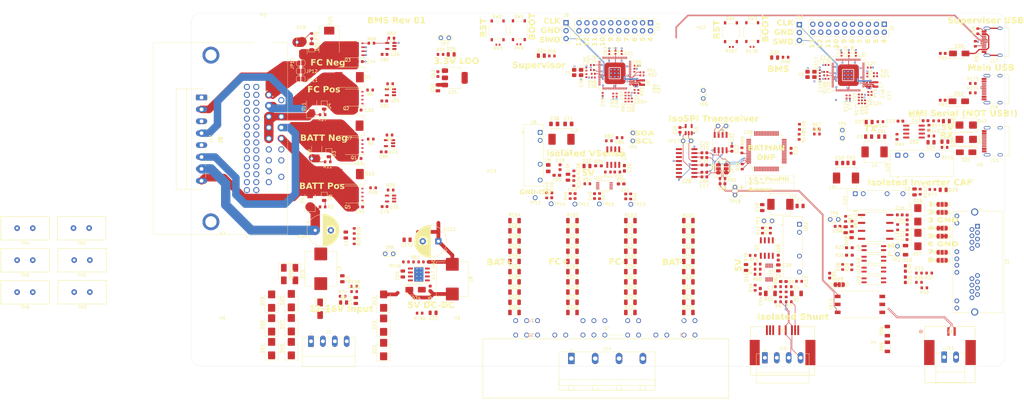
<source format=kicad_pcb>
(kicad_pcb (version 20241229) (generator "pcbnew") (generator_version "9.0")
  (layers (0 "F.Cu" signal) (4 "In1.Cu" power) (6 "In2.Cu" mixed) (2 "B.Cu" signal) (13 "F.Paste" user) (15 "B.Paste" user) (5 "F.SilkS" user "F.Silkscreen") (7 "B.SilkS" user "B.Silkscreen") (1 "F.Mask" user) (3 "B.Mask" user) (25 "Edge.Cuts" user))
  (net 0 "")
  (net 1 "Net-(C4-Pad1)")
  (net 2 "Net-(U3-Vin+)")
  (net 3 "Net-(U3-Vin-)")
  (net 4 "+3.3V")
  (net 5 "GND_VSens")
  (net 6 "Net-(U12-AIN0)")
  (net 7 "+5V")
  (net 8 "GND CAN")
  (net 9 "Net-(C26-Pad1)")
  (net 10 "Net-(C40-Pad2)")
  (net 11 "Net-(U12-AIN1)")
  (net 12 "Net-(U12-AIN2)")
  (net 13 "Net-(U12-AIN3)")
  (net 14 "C Neg (GND)")
  (net 15 "C Pos (GND)")
  (net 16 "V_{in}")
  (net 17 "Net-(D3-A)")
  (net 18 "Net-(D4-A)")
  (net 19 "Net-(D8-A)")
  (net 20 "Net-(D19-A)")
  (net 21 "Net-(C26-Pad2)")
  (net 22 "Net-(Q1-G)")
  (net 23 "Net-(Q2-G)")
  (net 24 "Net-(Q3-G)")
  (net 25 "Neg")
  (net 26 "Net-(U3-SCL)")
  (net 27 "Net-(U3-SDA)")
  (net 28 "Pos")
  (net 29 "Link Positive")
  (net 30 "Net-(U12-SDA)")
  (net 31 "Net-(U12-SCL)")
  (net 32 "Link Negative")
  (net 33 "Batt Positive")
  (net 34 "Batt Negative")
  (net 35 "BatSPI_MISO")
  (net 36 "IsoSPI+")
  (net 37 "IsoSPI-")
  (net 38 "BatSPI_EN")
  (net 39 "CAN Tx")
  (net 40 "CAN Rx")
  (net 41 "BatSPI_CS")
  (net 42 "BatSPI_SCK")
  (net 53 "Net-(C3-Pad2)")
  (net 54 "Net-(U12-ALERT{slash}RDY)")
  (net 55 "Net-(U3-~{Alert})")
  (net 57 "Shunt NTC -")
  (net 112 "V_{Contactor}")
  (net 113 "Net-(U6-+Vin)")
  (net 114 "C FC-Neg (GND)")
  (net 115 "C FC-Pos (GND)")
  (net 116 "Net-(D2-A)")
  (net 117 "Net-(D5-A)")
  (net 118 "Net-(D26-A)")
  (net 119 "Net-(D28-A)")
  (net 120 "Net-(D29-A)")
  (net 121 "Net-(D31-A)")
  (net 122 "Net-(D32-A)")
  (net 123 "Net-(C40-Pad1)")
  (net 125 "FC-Pos")
  (net 126 "FC-Neg")
  (net 127 "+3V3")
  (net 128 "Net-(U29-+Vin)")
  (net 129 "Net-(D37-A)")
  (net 130 "Net-(D38-A)")
  (net 131 "Net-(D40-A)")
  (net 132 "GND_RS")
  (net 133 "/USB_D-")
  (net 134 "RS232 Rx")
  (net 135 "RS232 Tx")
  (net 136 "/USB_D+")
  (net 137 "/GPIO14")
  (net 138 "/GPIO10")
  (net 139 "Net-(J3-Pad18)")
  (net 140 "/GPIO8")
  (net 141 "/GPIO9")
  (net 142 "/GPIO7")
  (net 143 "/CAN H")
  (net 144 "/CAN L")
  (net 145 "Net-(U13-CANL)")
  (net 146 "Net-(U13-CANH)")
  (net 147 "Net-(U17-BOOT)")
  (net 148 "Net-(U17-VSENSE)")
  (net 149 "Net-(R149-Pad1)")
  (net 150 "Net-(C10-Pad1)")
  (net 151 "/GPIO44_ADC4")
  (net 152 "/GPIO47_ADC7")
  (net 153 "/GPIO46_ADC6")
  (net 154 "Net-(J3-Pad17)")
  (net 155 "MUC1-MCU2 TX-RX")
  (net 156 "Net-(D18-A1)")
  (net 157 "Net-(D20-A1)")
  (net 158 "Net-(D23-A)")
  (net 159 "Net-(D27-A1)")
  (net 160 "Net-(D50-A1)")
  (net 161 "Batman IsoSPI-")
  (net 162 "Batman IsoSPI+")
  (net 163 "Net-(Q5-G)")
  (net 166 "Net-(JP9-A)")
  (net 167 "Net-(U28-1A)")
  (net 168 "Net-(JP7-A)")
  (net 169 "Net-(U28-1B)")
  (net 170 "Net-(JP8-A)")
  (net 171 "Net-(U28-2A)")
  (net 172 "Net-(U28-2B)")
  (net 173 "Net-(D21-K)")
  (net 174 "Net-(D53-A)")
  (net 175 "Net-(D53-K)")
  (net 176 "Net-(JP9-C)")
  (net 178 "Net-(TR10-C_TX)")
  (net 179 "Net-(R98-Pad1)")
  (net 180 "Net-(R100-Pad2)")
  (net 181 "Net-(R101-Pad2)")
  (net 182 "Net-(R102-Pad2)")
  (net 183 "Net-(R103-Pad2)")
  (net 184 "Net-(R104-Pad2)")
  (net 185 "Net-(R105-Pad2)")
  (net 186 "Net-(R106-Pad2)")
  (net 187 "Net-(R107-Pad2)")
  (net 188 "Net-(R108-Pad2)")
  (net 189 "Net-(R109-Pad2)")
  (net 190 "Net-(R110-Pad2)")
  (net 191 "Net-(R114-Pad2)")
  (net 192 "Net-(R115-Pad2)")
  (net 193 "Net-(R116-Pad2)")
  (net 194 "Net-(R126-Pad2)")
  (net 195 "Net-(R127-Pad2)")
  (net 196 "Net-(R130-Pad2)")
  (net 197 "Net-(R131-Pad2)")
  (net 198 "Net-(R134-Pad2)")
  (net 199 "Net-(R135-Pad2)")
  (net 200 "Net-(R153-Pad2)")
  (net 201 "Net-(R155-Pad2)")
  (net 202 "Net-(R193-Pad2)")
  (net 203 "Net-(R194-Pad2)")
  (net 204 "Net-(R195-Pad2)")
  (net 205 "Net-(R196-Pad2)")
  (net 206 "Net-(R214-Pad2)")
  (net 207 "Net-(R215-Pad2)")
  (net 208 "Net-(R216-Pad2)")
  (net 209 "Net-(R217-Pad2)")
  (net 210 "Net-(R218-Pad2)")
  (net 211 "Net-(R219-Pad2)")
  (net 212 "Net-(R220-Pad2)")
  (net 213 "Net-(R221-Pad2)")
  (net 214 "Net-(R222-Pad2)")
  (net 215 "Net-(R223-Pad2)")
  (net 223 "/CAN 5V")
  (net 224 "/Serial API TX")
  (net 225 "/Serial API RX")
  (net 226 "/Serial API 5V")
  (net 227 "/HV Sense 5V")
  (net 229 "Net-(D12-A1)")
  (net 230 "Net-(D13-A1)")
  (net 231 "/Logic_Input")
  (net 232 "/Contactor_Input")
  (net 234 "MUC2-MCU1 TX-RX")
  (net 237 "Net-(J3-Pad15)")
  (net 238 "Net-(J3-Pad16)")
  (net 239 "Net-(R30-Pad2)")
  (net 240 "Net-(R30-Pad1)")
  (net 242 "Net-(R38-Pad1)")
  (net 243 "Net-(J3-Pad22)")
  (net 244 "Net-(J3-Pad24)")
  (net 245 "Net-(JP1-C)")
  (net 246 "Net-(JP2-C)")
  (net 247 "Net-(J3-Pad14)")
  (net 248 "Emergency Stop")
  (net 249 "Extra Input")
  (net 250 "Net-(R39-Pad1)")
  (net 251 "Net-(U22-+Vin)")
  (net 253 "C_En")
  (net 254 "Net-(JP5-C)")
  (net 255 "Net-(JP6-C)")
  (net 256 "Net-(JP4-C)")
  (net 257 "Net-(JP3-C)")
  (net 258 "Net-(R25-Pad2)")
  (net 259 "Net-(C36-Pad1)")
  (net 260 "Net-(U11-ADC_AVDD)")
  (net 261 "Net-(D30-A)")
  (net 262 "Net-(D30-K)")
  (net 263 "Net-(R49-Pad2)")
  (net 264 "Net-(U11-USB_DP)")
  (net 265 "Net-(U11-USB_DM)")
  (net 266 "/XIN_2")
  (net 267 "+1V1_2")
  (net 268 "/SWD_2")
  (net 269 "/SWCLK_2")
  (net 270 "/XOUT_2")
  (net 271 "/USB2_D+")
  (net 272 "/USB2_D-")
  (net 273 "/RUN_2")
  (net 277 "Net-(U6-+Vout)")
  (net 281 "Net-(U24-+Vin)")
  (net 284 "GND")
  (net 285 "/V_cont1")
  (net 286 "/PH")
  (net 291 "Net-(J17-CC2)")
  (net 292 "Net-(J17-CC1)")
  (net 296 "Net-(J18-CC2)")
  (net 297 "Net-(J18-CC1)")
  (net 299 "/iso+")
  (net 300 "/iso-")
  (net 301 "/VREG2_AVDD")
  (net 302 "/QSPI2_SS")
  (net 303 "/QSPI2_SD2")
  (net 304 "/QSPI2_SD3")
  (net 305 "/QSPI2_SD0")
  (net 306 "/QSPI2_SD1")
  (net 307 "/QSPI2_SCLK")
  (net 308 "/VREG2_LX")
  (net 309 "+1V1")
  (net 310 "Net-(D34-A)")
  (net 311 "Net-(R43-Pad2)")
  (net 312 "I2C SCL Shunt")
  (net 313 "I2C SDA Shunt")
  (net 314 "I2C SCL Vsense")
  (net 315 "I2C SDA Vsense")
  (net 316 "/MCU2_GPIO2")
  (net 317 "/MCU2_GPIO3")
  (net 318 "/MCU2_GPIO25")
  (net 319 "/MCU2_GPIO11")
  (net 320 "/MCU2_GPIO17")
  (net 321 "/MCU2_GPIO24")
  (net 322 "/MCU2_GPIO7")
  (net 323 "/MCU2_GPIO6")
  (net 324 "/MCU2_GPIO15")
  (net 325 "/MCU2_GPIO18")
  (net 326 "/MCU2_GPIO16")
  (net 327 "/MCU2_GPIO4")
  (net 328 "/MCU2_GPIO23")
  (net 329 "/MCU2_GPIO19")
  (net 330 "/MCU2_GPIO10")
  (net 331 "/MCU2_GPIO12")
  (net 332 "/MCU2_GPIO8")
  (net 333 "/MCU2_GPIO21")
  (net 334 "/MCU2_GPIO22")
  (net 335 "/MCU2_GPIO1")
  (net 336 "/MCU2_GPIO20")
  (net 337 "/MCU2_GPIO13")
  (net 338 "/MCU2_GPIO9")
  (net 339 "/MCU2_GPIO14")
  (net 340 "/MCU2_GPIO5")
  (net 341 "Net-(R4-Pad2)")
  (net 342 "Net-(R17-Pad2)")
  (net 343 "Net-(R62-Pad2)")
  (net 344 "Shunt NTC +")
  (net 345 "Shunt Midpoint")
  (net 346 "Shunt Sense +")
  (net 347 "Shunt Passive +")
  (net 348 "Shunt Sense -")
  (net 349 "Shunt_5V")
  (net 350 "/MCU2_GPIO36")
  (net 351 "/MCU2_GPIO39")
  (net 352 "/MCU2_GPIO30")
  (net 353 "/MCU2_GPIO38")
  (net 354 "/MCU2_GPIO31")
  (net 355 "/MCU2_GPIO29")
  (net 356 "/MCU2_GPIO26")
  (net 357 "/MCU2_GPIO35")
  (net 358 "/MCU2_GPIO37")
  (net 359 "/MCU2_GPIO32")
  (net 360 "/FC Pos")
  (net 361 "Drive Unit Pos")
  (net 362 "Net-(TH1-Pad1)")
  (net 363 "FC Positive")
  (net 364 "FC Negative")
  (net 365 "/FC-Neg-Jumper")
  (net 366 "/VREG_AVDD")
  (net 367 "Net-(C69-Pad1)")
  (net 368 "Net-(U27-ADC_AVDD)")
  (net 369 "/XIN")
  (net 370 "Net-(C118-Pad1)")
  (net 371 "Net-(D33-A)")
  (net 372 "Net-(C27-Pad1)")
  (net 373 "/SWCLK")
  (net 374 "/SWD")
  (net 375 "/VREG_LX")
  (net 376 "Net-(U27-USB_DP)")
  (net 377 "Net-(U27-USB_DM)")
  (net 378 "/GPIO25")
  (net 379 "/GPIO45_ADC5")
  (net 380 "Net-(U27-RUN)")
  (net 381 "/RUN")
  (net 382 "/XOUT")
  (net 383 "/QSPI_SS")
  (net 384 "Net-(R170-Pad2)")
  (net 385 "/GPIO23")
  (net 386 "/GPIO20")
  (net 387 "/QSPI_SD1")
  (net 388 "/GPIO26")
  (net 389 "/GPIO40_ADC0")
  (net 390 "/GPIO5")
  (net 391 "/GPIO4")
  (net 392 "/GPIO21")
  (net 393 "/GPIO30")
  (net 394 "/GPIO41_ADC1")
  (net 395 "/QSPI_SD3")
  (net 396 "/GPIO15")
  (net 397 "/GPIO3")
  (net 398 "/GPIO16")
  (net 399 "/GPIO1")
  (net 400 "/GPIO11")
  (net 401 "/GPIO22")
  (net 402 "/GPIO13")
  (net 403 "/GPIO31")
  (net 404 "/QSPI_SCLK")
  (net 405 "/GPIO12")
  (net 406 "/GPIO6")
  (net 407 "/GPIO18")
  (net 408 "/GPIO29")
  (net 409 "/GPIO19")
  (net 410 "/GPIO17")
  (net 411 "/QSPI_SD2")
  (net 412 "/QSPI_SD0")
  (net 413 "BatSPI_MOSI")
  (net 414 "/GPIO42_ADC2")
  (net 415 "/GPIO43_ADC3")
  (net 416 "/GPIO24")
  (net 417 "/GPIO32")
  (net 418 "/GPIO2")
  (footprint "Resistor_SMD:R_0603_1608Metric" (layer "F.Cu") (at 350.275 233.7 180)
    (property "Reference" "R56")
    (property "Value" "10k")
  )
  (footprint "Resistor_SMD:R_1206_3216Metric" (layer "F.Cu") (at 356.85 296.19)
    (property "Reference" "R126")
    (property "Value" "1M")
  )
  (footprint "Resistor_SMD:R_1206_3216Metric" (layer "F.Cu") (at 375.369999 309.256667)
    (property "Reference" "R219")
    (property "Value" "1M")
  )
  (footprint "BMS_Library:RV_Disc_D15.5mm_W7.5mm_P5.0mm" (layer "F.Cu") (at 197.38 288.79)
    (property "Reference" "TH2")
    (property "Value" "B59451C1130B070")
  )
  (footprint "Resistor_SMD:R_0603_1608Metric" (layer "F.Cu") (at 357.28 274.395 -90)
    (property "Reference" "R229")
    (property "Value" "220r")
  )
  (footprint "Capacitor_SMD:C_0603_1608Metric" (layer "F.Cu") (at 350.23 278.295 -90)
    (property "Reference" "C10")
    (property "Value" "100nf")
  )
  (footprint "Resistor_SMD:R_1206_3216Metric" (layer "F.Cu") (at 393.89 292.923331 180)
    (property "Reference" "R109")
    (property "Value" "1M")
  )
  (footprint "Resistor_SMD:R_0603_1608Metric" (layer "F.Cu") (at 446.12 301.31 90)
    (property "Reference" "R39")
    (property "Value" "1.8k")
  )
  (footprint "Converter_DCDC:Converter_DCDC_TRACO_TEA1-xxxxHI_THT" (layer "F.Cu") (at 346.54 258.18)
    (property "Reference" "U6")
    (property "Value" "F0505S-1WR3")
  )
  (footprint "Capacitor_SMD:C_0603_1608Metric" (layer "F.Cu") (at 463.81 285.39 -90)
    (property "Reference" "C30")
    (property "Value" "100pF")
  )
  (footprint "Capacitor_SMD:C_0603_1608Metric" (layer "F.Cu") (at 422.62 298.24 -90)
    (property "Reference" "C28")
    (property "Value" "100nF")
  )
  (footprint "LED_SMD:LED_0805_2012Metric" (layer "F.Cu") (at 421.473333 234.2035)
    (property "Reference" "D33")
    (property "Value" "Red")
  )
  (footprint "Capacitor_SMD:C_0805_2012Metric" (layer "F.Cu") (at 287.6 311.95 90)
    (property "Reference" "C57")
    (property "Value" "10uF")
  )
  (footprint "Resistor_SMD:R_0603_1608Metric" (layer "F.Cu") (at 357.31 271.285 -90)
    (property "Reference" "R228")
    (property "Value" "220r")
  )
  (footprint "bms:TestPoint_2Pads_Pitch2.54mm_Drill0.9mm" (layer "F.Cu") (at 297 297)
    (property "Reference" "TP8")
    (property "Value" "TestPoint_2Pole")
  )
  (footprint "Capacitor_SMD:C_0805_2012Metric" (layer "F.Cu") (at 417.505 282.22 90)
    (property "Reference" "C49")
    (property "Value" "22uF")
  )
  (footprint "Resistor_SMD:R_0603_1608Metric" (layer "F.Cu") (at 371.91 259.84 180)
    (property "Reference" "R85")
    (property "Value" "5.1k")
  )
  (footprint "Jumper:SolderJumper-3_P1.3mm_Bridged12_RoundedPad1.0x1.5mm_NumberLabels" (layer "F.Cu") (at 406 269.8 90)
    (property "Reference" "JP7")
    (property "Value" "SolderJumper_3_Bridged12")
  )
  (footprint "Capacitor_SMD:C_0603_1608Metric" (layer "F.Cu") (at 289 282 180)
    (property "Reference" "C45")
    (property "Value" "100nF")
  )
  (footprint "Resistor_SMD:R_1206_3216Metric" (layer "F.Cu") (at 356.85 312.523333 180)
    (property "Reference" "R222")
    (property "Value" "1M")
  )
  (footprint "Resistor_SMD:R_0603_1608Metric" (layer "F.Cu") (at 293.14 275.9 180)
    (property "Reference" "R26")
    (property "Value" "100R")
  )
  (footprint "Package_DFN_QFN:AO_DFN-8-1EP_5.55x5.2mm_P1.27mm_EP4.12x4.6mm" (layer "F.Cu") (at 286.98 278.05 180)
    (property "Reference" "Q5")
    (property "Value" "CRSM034N06L2")
  )
  (footprint "Capacitor_SMD:C_0603_1608Metric" (layer "F.Cu") (at 352.89 269.29 -90)
    (property "Reference" "C18")
    (property "Value" "1uF")
  )
  (footprint "Capacitor_SMD:C_0603_1608Metric" (layer "F.Cu") (at 363.91 278.545 90)
    (property "Reference" "C43")
    (property "Value" "100nf")
  )
  (footprint "Connector_PinHeader_2.54mm:PinHeader_1x03_P2.54mm_Vertical" (layer "F.Cu") (at 354.8 223.06)
    (property "Reference" "J9")
    (property "Value" "Conn_01x03")
  )
  (footprint "Capacitor_SMD:C_0603_1608Metric_Pad1.08x0.95mm_HandSolder" (layer "F.Cu") (at 416.89 308.98 90)
    (property "Reference" "C94")
    (property "Value" "100nf")
  )
  (footprint "Package_TO_SOT_SMD:SOT-23-5" (layer "F.Cu") (at 298.7275 279.32 180)
    (property "Reference" "U15")
    (property "Value" "SN74LV1T08DBVR")
  )
  (footprint "Diode_SMD:D_SMB" (layer "F.Cu") (at 260.7 319.75 90)
    (property "Reference" "D50")
    (property "Value" "SMB6.8CA")
  )
  (footprint "Resistor_SMD:R_0603_1608Metric" (layer "F.Cu") (at 429.3 259.575 -90)
    (property "Reference" "R140")
    (property "Value" "10k")
  )
  (footprint "LED_SMD:LED_0805_2012Metric" (layer "F.Cu") (at 283.7 312.6)
    (property "Reference" "D5")
    (property "Value" "White")
  )
  (footprint "Capacitor_SMD:C_0805_2012Metric" (layer "F.Cu") (at 284.4 291 -90)
    (property "Reference" "C1")
    (property "Value" "10uF")
  )
  (footprint "Package_SO:SSOP-4_4.4x2.6mm_P1.27mm" (layer "F.Cu") (at 453.17 302.07)
    (property "Reference" "U10")
    (property "Value" "LTV-217-B-G")
  )
  (footprint "Resistor_SMD:R_0603_1608Metric" (layer "F.Cu") (at 434.98 258.68)
    (property "Reference" "R66")
    (property "Value" "10k")
  )
  (footprint "Capacitor_SMD:C_0603_1608Metric" (layer "F.Cu") (at 357.68 278.535 -90)
    (property "Reference" "C42")
    (property "Value" "100nf")
  )
  (footprint "Resistor_SMD:R_0603_1608Metric" (layer "F.Cu") (at 467.98 277.15 90)
    (property "Reference" "R112")
    (property "Value" "510r")
  )
  (footprint "Capacitor_SMD:C_0402_1005Metric" (layer "F.Cu") (at 451.4 245.7 -90)
    (property "Reference" "C61")
    (property "Value" "4.7u")
  )
  (footprint "Capacitor_SMD:C_0805_2012Metric" (layer "F.Cu") (at 302.615323 303.475 -90)
    (property "Reference" "C55")
    (property "Value" "10uF")
  )
  (footprint "Capacitor_SMD:C_0603_1608Metric" (layer "F.Cu") (at 475.21 232.88 180)
    (property "Reference" "FB1")
    (property "Value" "120Ω@100MHz")
  )
  (footprint "Resistor_SMD:R_1206_3216Metric" (layer "F.Cu") (at 375.369999 296.19)
    (property "Reference" "R127")
    (property "Value" "1M")
  )
  (footprint "Resistor_SMD:R_1206_3216Metric" (layer "F.Cu") (at 338.33 296.190001)
    (property "Reference" "R115")
    (property "Value" "1M")
  )
  (footprint "Capacitor_SMD:C_0603_1608Metric_Pad1.08x0.95mm_HandSolder" (layer "F.Cu") (at 463.25 305.32 -90)
    (property "Reference" "C26")
    (property "Value" "1uF")
  )
  (footprint "Resistor_SMD:R_0603_1608Metric" (layer "F.Cu") (at 292.6 229.6 180)
    (property "Reference" "R69")
    (property "Value" "100R")
  )
  (footprint "Jumper:SolderJumper-3_P1.3mm_Open_RoundedPad1.0x1.5mm_NumberLabels" (layer "F.Cu") (at 475 299.11 180)
    (property "Reference" "JP3" (hide yes))
    (property "Value" "SolderJumper_3_Open")
  )
  (footprint "Resistor_SMD:R_0603_1608Metric" (layer "F.Cu") (at 277 282)
    (property "Reference" "R3")
    (property "Value" "24k")
  )
  (footprint "Diode_SMD:D_SMB" (layer "F.Cu") (at 467.26 292.4518 -90)
    (property "Reference" "D17")
    (property "Value" "SMB6.8CA")
  )
  (footprint "Resistor_SMD:R_0603_1608Metric" (layer "F.Cu") (at 425.9745 312.356 180)
    (property "Reference" "R7")
    (property "Value" "510r")
  )
  (footprint "BMS_Library:S44BRAD1AK" (layer "F.Cu") (at 252.8 276.62 -90)
    (property "Reference" "J8")
    (property "Value" "OEM Connector" (hide yes))
  )
  (footprint "Resistor_SMD:R_1206_3216Metric" (layer "F.Cu") (at 356.85 289.656667)
    (property "Reference" "R106")
    (property "Value" "1M")
  )
  (footprint "Resistor_SMD:R_1206_3216Metric" (layer "F.Cu") (at 356.85 315.79)
    (property "Reference" "R226")
    (property "Value" "1M")
  )
  (footprint "Connector_USB:USB_C_Receptacle_HRO_TYPE-C-31-M-12" (layer "F.Cu") (at 492.45 244.32 90)
    (property "Reference" "J18")
    (property "Value" "USB_C_Receptacle_USB2.0_16P")
  )
  (footprint "Resistor_SMD:R_0603_1608Metric" (layer "F.Cu") (at 278.63 267.58)
    (property "Reference" "R11")
    (property "Value" "24k")
  )
  (footprint "Capacitor_SMD:C_0402_1005Metric" (layer "F.Cu") (at 366.5 246 -90)
    (property "Reference" "C59")
    (property "Value" "100n")
  )
  (footprint "Resistor_SMD:R_0603_1608Metric" (layer "F.Cu") (at 444.16 285.825 -90)
    (property "Reference" "R83")
    (property "Value" "10k")
  )
  (footprint "Resistor_SMD:R_0402_1005Metric" (layer "F.Cu") (at 339.73 229.96 180)
    (property "Reference" "R49")
    (property "Value" "1k")
  )
  (footprint "Resistor_SMD:R_0603_1608Metric" (layer "F.Cu") (at 287.1 289.7 90)
    (property "Reference" "R29")
    (property "Value" "10k")
  )
  (footprint "BMS_Library:RV_Disc_D15.5mm_W7.5mm_P5.0mm" (layer "F.Cu") (at 197.6 299.03)
    (property "Reference" "TH1")
    (property "Value" "B59451C1130B070")
  )
  (footprint "BMS_Library:TestPoint_THTPad_D1.5mm_Drill1.0mm" (layer "F.Cu") (at 344.93 279.07)
    (property "Reference" "TP12")
    (property "Value" "TP")
  )
  (footprint "Package_SO:SOP-8_6.62x9.15mm_P2.54mm" (layer "F.Cu") (at 453.77 288.3918)
    (property "Reference" "U13")
    (property "Value" "ISO1050DUB")
  )
  (footprint "Capacitor_SMD:C_0603_1608Metric" (layer "F.Cu") (at 311.378323 308.113 90)
    (property "Reference" "C54")
    (property "Value" "100nF")
  )
  (footprint "Diode_SMD:D_SMB" (layer "F.Cu") (at 267 319.7 90)
    (property "Reference" "D27")
    (property "Value" "SMB6.8CA")
  )
  (footprint "Package_DFN_QFN:AO_DFN-8-1EP_5.55x5.2mm_P1.27mm_EP4.12x4.6mm" (layer "F.Cu") (at 286.98 262.55 180)
    (property "Reference" "Q1")
    (property "Value" "CRSM034N06L2")
  )
  (footprint "BMS_Library:RV_Disc_D15.5mm_W7.5mm_P5.0mm" (layer "F.Cu") (at 179.36 309.29)
    (property "Reference" "TH6")
    (property "Value" "B59451C1130B070")
  )
  (footprint "Connector_RJ:RJ45_Amphenol_RJHSE538X-02" (layer "F.Cu") (at 486.3 288.204 -90)
    (property "Reference" "J3")
    (property "Value" "8P8C_LED_Shielded_x2")
  )
  (footprint "Resistor_SMD:R_0603_1608Metric" (layer "F.Cu") (at 416.05 301.93)
    (property "Reference" "R14")
    (property "Value" "5.1k")
  )
  (footprint "Diode_SMD:D_SMA" (layer "F.Cu") (at 482.66 264.52 180)
    (property "Reference" "D21")
    (property "Value" "SS54")
  )
  (footprint "Resistor_SMD:R_0603_1608Metric" (layer "F.Cu") (at 273.5 227.325 -90)
    (property "Reference" "R70")
    (property "Value" "24k")
  )
  (footprint "Resistor_SMD:R_1206_3216Metric" (layer "F.Cu") (at 393.89 289.656667)
    (property "Reference" "R105")
    (property "Value" "1M")
  )
  (footprint "Capacitor_SMD:C_0805_2012Metric" (layer "F.Cu") (at 313.84 243.9 90)
    (property "Reference" "C50")
    (property "Value" "22uF")
  )
  (footprint "Resistor_SMD:R_1206_3216Metric" (layer "F.Cu") (at 375.369999 289.656667)
    (property "Reference" "R107")
    (property "Value" "1M")
  )
  (footprint "Capacitor_SMD:C_0402_1005Metric" (layer "F.Cu") (at 437.773333 238.8035 180)
    (property "Reference" "C130")
    (property "Value" "100n")
  )
  (footprint "LED_SMD:LED_0805_2012Metric" (layer "F.Cu") (at 279 265 -90)
    (property "Reference" "D3")
    (property "Value" "Green")
  )
  (footprint "Resistor_SMD:R_0603_1608Metric" (layer "F.Cu") (at 455.26 254.73 180)
    (property "Reference" "R144")
    (property "Value" "10k")
  )
  (footprint "Capacitor_SMD:C_0402_1005Metric" (layer "F.Cu") (at 447.43 233.16 90)
    (property "Reference" "C128")
    (property "Value" "100n")
  )
  (footprint "Capacitor_SMD:C_0603_1608Metric" (layer "F.Cu") (at 399 272.4 180)
    (property "Reference" "C17")
    (property "Value" "1uF")
  )
  (footprint "Capacitor_SMD:C_0402_1005Metric" (layer "F.Cu") (at 368.6 232.6 90)
    (property "Reference" "C63")
    (property "Value" "100n")
  )
  (footprint "Capacitor_SMD:C_0805_2012Metric" (layer "F.Cu") (at 304.001323 292.519 180)
    (property "Reference" "C132")
    (property "Value" "22uF")
  )
  (footprint "Connector_USB:USB_C_Receptacle_HRO_TYPE-C-31-M-12" (layer "F.Cu") (at 492.45 229.18 90)
    (property "Reference" "J17")
    (property "Value" "USB_C_Receptacle_USB2.0_16P")
  )
  (footprint "Capacitor_SMD:C_0603_1608Metric" (layer "F.Cu") (at 399 268.6)
    (property "Reference" "C21")
    (property "Value" "100nF")
  )
  (footprint "Capacitor_SMD:C_0603_1608Metric" (layer "F.Cu") (at 399 270.9 180)
    (property "Reference" "C86")
    (property "Value" "1uF")
  )
  (footprint "Resistor_SMD:R_0603_1608Metric" (layer "F.Cu") (at 484.8 242.5)
    (property "Reference" "R175")
    (property "Value" "5.1k")
  )
  (footprint "Resistor_SMD:R_0603_1608Metric" (layer "F.Cu") (at 298.58 242.6 180)
    (property "Reference" "R17")
    (property "Value" "100k")
  )
  (footprint "Resistor_SMD:R_0603_1608Metric" (layer "F.Cu") (at 375.45 278.645 -90)
    (property "Reference" "R41")
    (property "Value" "24k")
  )
  (footprint "Package_TO_SOT_SMD:SOT-23-5" (layer "F.Cu") (at 298.8 230.5 180)
    (property "Reference" "U26")
    (property "Value" "SN74LV1T08DBVR")
  )
  (footprint "Diode_SMD:D_SMA" (layer "F.Cu") (at 276.2 314.6 -90)
    (property "Reference" "D14")
    (property "Value" "SS54")
  )
  (footprint "Resistor_SMD:R_0603_1608Metric" (layer "F.Cu") (at 415.24 307.88 90)
    (property "Reference" "R16")
    (property "Value" "10k")
  )
  (footprint "Resistor_SMD:R_0603_1608Metric" (layer "F.Cu") (at 416.04 300.29)
    (property "Reference" "R15")
    (property "Value" "5.1k")
  )
  (footprint "Resistor_SMD:R_1206_3216Metric" (layer "F.Cu") (at 338.33 286.390001 180)
    (property "Reference" "R100")
    (property "Value" "1M")
  )
  (footprint "Diode_SMD:D_SMB" (layer "F.Cu") (at 296.5 327.65 90)
    (property "Reference" "D22")
    (property "Value" "SMB6.8CA")
  )
  (footprint "Package_SO:TI_SO-PowerPAD-8_ThermalVias" (layer "F.Cu") (at 307.759323 303.619 180)
    (property "Reference" "U17")
    (property "Value" "TPS5430DDAR")
  )
  (footprint "Resistor_SMD:R_0603_1608Metric" (layer "F.Cu") (at 365.49 278.545 -90)
    (property "Reference" "R47")
    (property "Value" "24k")
  )
  (footprint "bms:TestPoint_2Pads_Pitch2.54mm_Drill0.9mm" (layer "F.Cu") (at 398.67 244.75 -90)
    (property "Reference" "TP9")
    (property "Value" "TestPoint_2Pole")
  )
  (footprint "Resistor_SMD:R_1206_3216Metric" (layer "F.Cu") (at 356.85 292.923333 180)
    (property "Reference" "R110")
    (property "Value" "1M")
  )
  (footprint "bms:TestPoint_2Pads_Pitch2.54mm_Drill0.9mm" (layer "F.Cu") (at 376.165 258.32 -90)
    (property "Reference" "TP4")
    (property "Value" "TestPoint_2Pole")
  )
  (footprint "Resistor_SMD:R_1206_3216Metric" (layer "F.Cu") (at 393.89 286.389999 180)
    (property "Reference" "R101")
    (property "Value" "1M")
  )
  (footprint "Capacitor_SMD:C_0603_1608Metric" (layer "F.Cu") (at 288.5 266.5 180)
    (property "Reference" "C15")
    (property "Value" "100nF")
  )
  (footprint "Connector_PinHeader_2.54mm:PinHeader_2x10_P2.54mm_Vertical" (layer "F.Cu") (at 456.52 223.56 -90)
    (property "Reference" "J2")
    (property "Value" "Conn_02x10_Odd_Even")
  )
  (footprint "Capacitor_SMD:C_0603_1608Metric" (layer "F.Cu") (at 407.8 263.4 -90)
    (property "Reference" "C22")
    (property "Value" "100nF")
  )
  (footprint "Diode_SMD:D_SMB" (layer "F.Cu") (at 267 327.35 90)
    (property "Reference" "D49")
    (property "Value" "SMB6.8CA")
  )
  (footprint "LED_SMD:LED_0805_2012Metric" (layer "F.Cu") (at 273.5 230.725 90)
    (property "Reference" "D19")
    (property "Value" "Green")
  )
  (footprint "MountingHole:MountingHole_6.5mm" (layer "F.Cu") (at 320 325)
    (property "Reference" "H3")
    (property "Value" "MountingHole_Pad")
  )
  (footprint "Capacitor_SMD:C_0603_1608Metric" (layer "F.Cu") (at 391.2 257.3625 -90)
    (property "Reference" "C25")
    (property "Value" "100nF")
  )
  (footprint "LED_SMD:LED_0805_2012Metric" (layer "F.Cu") (at 277.5 279 -90)
    (property "Reference" "D8")
    (property "Value" "Green")
  )
  (footprint "MountingHole:MountingHole_6.5mm" (layer "F.Cu") (at 245 298)
    (property "Reference" "H7")
    (property "Value" "MountingHole_Pad")
  )
  (footprint "Inductor_SMD:L_Changjiang_FXL1040" (layer "F.Cu") (at 318.451323 305.119 -90)
    (property "Reference" "L8")
    (property "Value" "22uh 5.5A")
  )
  (footprint "Resistor_SMD:R_0402_1005Metric" (layer "F.Cu") (at 379.06 239.92 180)
    (property "Reference" "R52")
    (property "Value" "22R")
  )
  (footprint "Package_DFN_QFN:AO_DFN-8-1EP_5.55x5.2mm_P1.27mm_EP4.12x4.6mm" (layer "F.Cu") (at 286.98 231.55 180)
    (property "Reference" "Q3")
    (property "Value" "CRSM034N06L2")
  )
  (footprint "Capacitor_SMD:C_0402_1005Metric" (layer "F.Cu") (at 438.2 241 180)
    (property "Reference" "C120")
    (property "Value" "100n")
  )
  (footprint "Connector_USB:USB_C_Receptacle_HRO_TYPE-C-31-M-12" (layer "F.Cu") (at 492.5 261 90)
    (property "Reference" "J15")
    (property "Value" "USB_C_Receptacle_USB2.0_16P")
  )
  (footprint "Capacitor_SMD:C_0603_1608Metric" (layer "F.Cu") (at 373.88 278.645 90)
    (property "Reference" "C41")
    (property "Value" "100nf")
  )
  (footprint "Capacitor_SMD:C_0805_2012Metric" (layer "F.Cu") (at 429.6 281.7 180)
    (property "Reference" "C7")
    (property "Value" "22uF")
  )
  (footprint "Resistor_SMD:R_0603_1608Metric" (layer "F.Cu") (at 303.631323 299.604 180)
    (property "Reference" "R149")
    (property "Value" "220r")
  )
  (footprint "Capacitor_SMD:C_0402_1005Metric" (layer "F.Cu") (at 377.13 236.81)
    (property "Reference" "C66")
    (property "Value" "100n")
  )
  (footprint "Resistor_SMD:R_1206_3216Metric" (layer "F.Cu") (at 375.369999 302.723333)
    (property "Reference" "R194")
    (property "Value" "1M")
  )
  (footprint "Diode_SMD:D_SMB" (layer "F.Cu") (at 260.7 312.15 90)
    (property "Reference" "D18")
    (property "Value" "SMB6.8CA")
  )
  (footprint "Capacitor_SMD:C_0603_1608Metric" (layer "F.Cu") (at 469.69 254.42 180)
    (property "Reference" "C12")
    (property "Value" "100nF")
  )
  (footprint "Resistor_SMD:R_0603_1608Metric" (layer "F.Cu") (at 411.1 269.1 90)
    (property "Reference" "R30")
    (property "Value" "100r")
  )
  (footprint "Resistor_SMD:R_0603_1608Metric" (layer "F.Cu") (at 429.28 305.82 180)
    (property "Reference" "R111")
    (property "Value" "510r")
  )
  (footprint "Capacitor_SMD:C_0603_1608Metric" (layer "F.Cu") (at 463.78 291.675 -90)
    (property "Reference" "C31")
    (property "Value" "100pF")
  )
  (footprint "Resistor_SMD:R_0603_1608Metric" (layer "F.Cu") (at 434.9 257.1)
    (property "Reference" "R67")
    (property "Value" "10k")
  )
  (footprint "Jumper:SolderJumper-3_P1.3mm_Open_RoundedPad1.0x1.5mm_NumberLabels" (layer "F.Cu") (at 475 296.55 180)
    (property "Reference" "JP4" (hide yes))
    (property "Value" "SolderJumper_3_Open")
  )
  (footprint "Capacitor_SMD:C_0402_1005Metric" (layer "F.Cu") (at 372.6 232.58 90)
    (property "Reference" "C67")
    (property "Value" "100n")
  )
  (footprint "Resistor_SMD:R_0603_1608Metric" (layer "F.Cu") (at 429.4 256.375 -90)
    (property "Reference" "R146")
    (property "Value" "24k")
  )
  (footprint "Resistor_SMD:R_1206_3216Metric" (layer "F.Cu") (at 393.89 296.189999)
    (property "Reference" "R116")
    (property "Value" "1M")
  )
  (footprint "Capacitor_SMD:C_0402_1005Metric" (layer "F.Cu") (at 370.96 246.21 -90)
    (property "Reference" "C46")
    (property "Value" "100n")
  )
  (footprint "Package_SO:SOIC-8_3.9x4.9mm_P1.27mm" (layer "F.Cu") (at 404.2 261.4 -90)
    (property "Reference" "U32")
    (property "Value" "SP3485EN-L/TR")
  )
  (footprint "Capacitor_SMD:C_0402_1005Metric" (layer "F.Cu") (at 361.3 240 -90)
    (property "Reference" "C36")
    (property "Value" "15pF")
  )
  (footprint "Button_Switch_SMD:SW_Push_1P1T_XKB_TS-1187A" (layer "F.Cu") (at 332.93 225.5 -90)
    (property "Reference" "SW2")
    (property "Value" "TS-1187A-B-A-B")
  )
  (footprint "Package_TO_SOT_SMD:SOT-23-5" (layer "F.Cu") (at 298.38 261.6 180)
    (property "Reference" "U23")
    (property "Value" "SN74LV1T08DBVR")
  )
  (footprint "bms:TestPoint_2Pads_Pitch2.54mm_Drill0.9mm" (layer "F.Cu") (at 460.73 297.13 90)
    (property "Reference" "TP2")
    (property "Value" "TestPoint_2Pole")
  )
  (footprint "Package_TO_SOT_SMD:SOT-23-5" (layer "F.Cu") (at 394 257.2625 90)
    (property "Reference" "U1")
    (property "Value" "SN74LV1T08DBVR")
  )
  (footprint "Capacitor_SMD:C_0603_1608Metric" (layer "F.Cu") (at 296.8 281.9)
    (property "Reference" "C79")
    (property "Value" "100nF")
  )
  (footprint "BMS_Library:TestPoint_THTPad_D1.5mm_Drill1.0mm" (layer "F.Cu") (at 350.03 281)
    (property "Reference" "TP14")
    (property "Value" "TP")
  )
  (footprint "Resistor_SMD:R_0402_1005Metric" (layer "F.Cu") (at 437.8 239.9 180)
    (property "Reference" "R168")
    (property "Value" "1k")
  )
  (footprint "Resistor_SMD:R_0603_1608Metric" (layer "F.Cu") (at 414.47 297.53 180)
    (property "Reference" "R79")
    (property "Value" "10k")
  )
  (footprint "Capacitor_SMD:C_0805_2012Metric_Pad1.18x1.45mm_HandSolder" (layer "F.Cu") (at 351.02 255.44 180)
    (property "Reference" "C38")
    (property "Value" "22uF")
  )
  (footprint "Resistor_SMD:R_1206_3216Metric" (layer "F.Cu") (at 338.33 305.99 180)
    (property "Reference" "R195")
    (property "Value" "1M")
  )
  (footprint "Resistor_SMD:R_0603_1608Metric" (layer "F.Cu") (at 471.55 259.31)
    (property "Reference" "R143")
    (property "Value" "10k")
  )
  (footprint "Resistor_SMD:R_0402_1005Metric" (layer "F.Cu") (at 375.8 247.8 90)
    (property "Reference" "R50")
    (property "Value" "33r")
  )
  (footprint "Resistor_SMD:R_0603_1608Metric" (layer "F.Cu") (at 287.075 309.1)
    (property "Reference" "R150")
    (property "Value" "100k")
  )
  (footprint "Resistor_SMD:R_0603_1608Metric" (layer "F.Cu") (at 361.605 274.6)
    (property "Reference" "R54")
    (property "Value" "10k")
  )
  (footprint "Capacitor_SMD:C_0402_1005Metric" (layer "F.Cu") (at 451.703333 237.4135)
    (property "Reference" "C127")
    (property "Value" "100n")
  )
  (footprint "Resistor_SMD:R_0603_1608Metric" (layer "F.Cu") (at 473.09 254.47)
    (property "Reference" "R142")
    (property "Value" "10k")
  )
  (footprint "Package_SO:SOIC-8_3.9x4.9mm_P1.27mm" (layer "F.Cu") (at 418.9605 295.173 -90)
    (property "Reference" "U4")
    (property "Value" "ISO1540")
  )
  (footprint "Capacitor_SMD:C_0402_1005Metric" (layer "F.Cu") (at 448.373333 246.5035 -90)
    (property "Reference" "C72")
    (property "Value" "4.7u")
  )
  (footprint "Resistor_SMD:R_1206_3216Metric" (layer "F.Cu") (at 393.89 315.79)
    (property "Reference" "R225")
    (property "Value" "1M")
  )
  (footprint "Capacitor_SMD:C_0603_1608Metric" (layer "F.Cu") (at 439.05 303.98 -90)
    (property "Reference" "C85")
    (property "Value" "100nF")
  )
  (footprint "MountingHole:MountingHole_6.5mm" (layer "F.Cu") (at 487 276)
    (property "Reference" "H5")
    (property "Value" "MountingHole_Pad")
  )
  (footprint "Capacitor_SMD:C_0402_1005Metric" (layer "F.Cu") (at 363.5 240.6 180)
    (property "Reference" "C58")
    (property "Value" "100n")
  )
  (footprint "Connector_PinHeader_2.54mm:PinHeader_2x10_P2.54mm_Vertical" (layer "F.Cu") (at 381.8 223.1 -90)
    (property "Reference" "J13")
    (property "Value" "Conn_02x10_Odd_Even")
  )
  (footprint "Capacitor_SMD:C_1206_3216Metric" (layer "F.Cu") (at 420.1185 309.689)
    (property "Reference" "C3")
    (property "Value" "4.7uF 50V")
  )
  (footprint "bms:TestPoint_2Pads_Pitch2.54mm_Drill0.9mm" (layer "F.Cu") (at 317.34 227.9 180)
    (property "Reference" "TP7")
    (property "Value" "TestPoint_2Pole")
  )
  (footprint "Jumper:SolderJumper-3_P1.3mm_Open_RoundedPad1.0x1.5mm_NumberLabels" (layer "F.Cu") (at 475 283.77 180)
    (property "Reference" "JP5" (hide yes))
    (property "Value" "SolderJumper_3_Open")
  )
  (footprint "Diode_SMD:D_SMB" (layer "F.Cu") (at 467.23 284.53 -90)
    (property "Reference" "D16")
    (property "Value" "SMB6.8CA")
  )
  (footprint "Diode_SMD:D_SMB" (layer "F.Cu") (at 267 312 90)
    (property "Reference" "D20")
    (property "Value" "SMB6.8CA")
  )
  (footprint "RP2350_80QFN_minimal:L_pol_2016" (layer "F.Cu") (at 379.185 242.22 -90)
    (property "Reference" "L6")
    (property "Value" "3.3u")
  )
  (footprint "Diode_SMD:D_SMB" (layer "F.Cu") (at 260.7 327.35 90)
    (property "Reference" "D51")
    (property "Value" "SMB6.8CA")
  )
  (footprint "Resistor_SMD:R_0603_1608Metric" (layer "F.Cu") (at 420.1 289.575 90)
    (property "Reference" "R13")
    (property "Value" "5.1k")
  )
  (footprint "Capacitor_SMD:C_0805_2012Metric_Pad1.18x1.45mm_HandSolder" (layer "F.Cu") (at 355.53 255.44)
    (property "Reference" "C11")
    (property "Value" "22uF")
  )
  (footprint "Capacitor_SMD:C_0805_2012Metric" (layer "F.Cu") (at 442.26 267.96 180)
    (property "Reference" "C52")
    (property "Value" "22uF")
  )
  (footprint "Package_TO_SOT_SMD:SOT-223-3_TabPin2" (layer "F.Cu") (at 319.24 240.7)
    (property "Reference" "U21")
    (property "Value" "AMS1117-3.3")
  )
  (footprint "Jumper:SolderJumper-3_P1.3mm_Open_RoundedPad1.0x1.5mm_NumberLabels" (layer "F.Cu") (at 475 281.21 180)
    (property "Reference" "JP6" (hide yes))
    (property "Value" "SolderJumper_3_Open")
  )
  (footprint "Diode_SMD:D_SMA" (layer "F.Cu") (at 273.5 250 90)
    (property "Reference" "D11")
    (property "Value" "SS54")
  )
  (footprint "Capacitor_SMD:C_0402_1005Metric" (layer "F.Cu") (at 445.47 246.82 -90)
    (property "Reference" "C71")
    (property "Value" "100n")
  )
  (footprint "Capacitor_SMD:C_0402_1005Metric" (layer "F.Cu") (at 363.2 236.6 180)
    (property "Reference" "C78")
    (property "Value" "100n")
  )
  (footprint "Resistor_SMD:R_0402_1005Metric" (layer "F.Cu") (at 363.5 239.4 180)
    (property "Reference" "R46")
    (property "Value" "1k")
  )
  (footprint "Capacitor_SMD:C_0402_1005Metric" (layer "F.Cu") (at 376.65 238.27 90)
    (property "Reference" "C60")
    (property "Value" "100n")
  )
  (footprint "Package_SO:SOIC-8_3.9x4.9mm_P1.27mm" (layer "F.Cu") (at 466 257.9)
    (property "Reference" "U30")
    (property "Value" "ISO1540")
  )
  (footprint "Connector_Phoenix_GMSTB:PhoenixContact_GMSTBA_2,5_4-G-7,62_1x04_P7.62mm_Horizontal" (layer "F.Cu") (at 356.495 330.5125)
    (property "Reference" "J14")
    (property "Value" "Screw_Terminal_01x04")
  )
  (footprint "Diode_SMD:D_SMB" (layer "F.Cu") (at 482.7125 260.39)
    (property "Reference" "D42")
    (property "Value" "SMB6.8CA")
  )
  (footprint "Connector_Phoenix_MC:PhoenixContact_MC_1,5_4-G-3.81_1x04_P3.81mm_Horizontal" (layer "F.Cu") (at 418.34 330.2675)
    (property "Reference" "J10")
    (property "Value" "Screw_Terminal_01x04")
  )
  (footprint "Capacitor_SMD:C_0805_2012Metric_Pad1.18x1.45mm_HandSolder" (layer "F.Cu") (at 349.11 269.6 -90)
    (property "Reference" "C8")
    (property "Value" "10uF")
  )
  (footprint "RP2350_80QFN_minimal:C_0402_1005Metric_small_pads" (layer "F.Cu") (at 452.14 242.8 -90)
    (property "Reference" "C48")
    (property "Value" "4.7u")
  )
  (footprint "Capacitor_SMD:C_0603_1608Metric" (layer "F.Cu") (at 296.8 233.2)
    (property "Reference" "C82")
    (property "Value" "100nF")
  )
  (footprint "Capacitor_SMD:C_0805_2012Metric" (layer "F.Cu") (at 455.7 259.5)
    (property "Reference" "C51")
    (property "Value" "22uF")
  )
  (footprint "Capacitor_SMD:C_0805_2012Metric" (layer "F.Cu") (at 466.17 277.21 -90)
    (property "Reference" "C6")
    (property "Value" "10uF")
  )
  (footprint "Resistor_SMD:R_1206_3216Metric" (layer "F.Cu") (at 338.329999 289.656668)
    (property "Reference" "R104")
    (property "Value" "1M")
  )
  (footprint "Capacitor_SMD:C_0603_1608Metric" (layer "F.Cu") (at 426.725 264.035 -90)
    (property "Reference" "C23")
    (property "Value" "100nF")
  )
  (footprint "Resistor_SMD:R_0603_1608Metric" (layer "F.Cu") (at 486.4 225.775 -90)
    (property "Reference" "R55")
    (property "Value" "5.1k")
  )
  (footprint "Capacitor_SMD:C_0603_1608Metric_Pad1.08x0.95mm_HandSolder" (layer "F.Cu") (at 373.455 269.64 -90)
    (property "Reference" "C39")
    (property "Value" "100nF")
  )
  (footprint "Connector_PinHeader_2.54mm:PinHeader_1x03_P2.54mm_Vertical" (layer "F.Cu") (at 429.373333 223.6635)
    (property "Reference" "J16")
    (property "Value" "Conn_01x03")
  )
  (footprint "Package_TO_SOT_SMD:SOT-23-5" (layer "F.Cu") (at 298.68 245.3 180)
    (property "Reference" "U25")
    (property "Value" "SN74LV1T08DBVR")
  )
  (footprint "Resistor_SMD:R_0603_1608Metric" (layer "F.Cu") (at 423.3715 310.007 -90)
    (property "Reference" "R10")
    (property "Value" "150r")
  )
  (footprint "Capacitor_SMD:C_0402_1005Metric" (layer "F.Cu") (at 438.22 236.58 180)
    (property "Reference" "C131")
    (property "Value" "100n")
  )
  (footprint "Jumper:SolderJumper-2_P1.3mm_Open_RoundedPad1.0x1.5mm" (layer "F.Cu") (at 270.01 235.93 180)
    (property "Reference" "JP10")
    (property "Value" "Jumper_2_Open")
  )
  (footprint "Package_QFP:LQFP-64_10x10mm_P0.5mm" (layer "F.Cu") (at 418.85 264.175 90)
    (property "Reference" "U16")
    (property "Value" "BatMan")
  )
  (footprint "Capacitor_SMD:C_0402_1005Metric" (layer "F.Cu") (at 435.9 238.7 90)
    (property "Reference" "C117")
    (property "Value" "15pF")
  )
  (footprint "Capacitor_SMD:C_0805_2012Metric" (layer "F.Cu") (at 445.85 267.92)
    (property "Reference" "C62")
    (property "Value" "22uF")
  )
  (footprint "Diode_SMD:D_SMA" (layer "F.Cu") (at 275.1 264.5 90)
    (property "Reference" "D6")
    (property "Value" "SS54")
  )
  (footprint "Capacitor_SMD:C_0805_2012Metric" (layer "F.Cu") (at 355.41 272.49 90)
    (property "Reference" "C95")
    (property "Value" "22uF")
  )
  (footprint "Inductor_SMD:L_Changjiang_FXL0630" (layer "F.Cu") (at 353.345 260.35)
    (property "Reference" "L2")
    (property "Value" "6.8uh")
  )
  (footprint "Capacitor_SMD:C_0603_1608Metric" (layer "F.Cu") (at 441.58 288.2336 180)
    (property "Reference" "C14")
    (property "Value" "100nF")
  )
  (footprint "Resistor_SMD:R_0603_1608Metric" (layer "F.Cu") (at 460.57 259.57 90)
    (property "Reference" "R94")
    (property "Value" "1k")
  )
  (footprint "Package_SO:TSSOP-10_3x3mm_P0.5mm" (layer "F.Cu") (at 367.055 275.24)
    (property "Reference" "U12")
    (property "Value" "ADS1115")
  )
  (footprint "Button_Switch_SMD:SW_Push_1P1T_XKB_TS-1187A" (layer "F.Cu") (at 414.293333 226.0635 -90)
    (property "Reference" "SW3")
    (property "Value" "TS-1187A-B-A-B")
  )
  (footprint "Resistor_SMD:R_0402_1005Metric" (layer "F.Cu") (at 333.03 230.1 180)
    (property "Reference" "R43")
    (property "Value" "1k")
  )
  (footprint "Capacitor_SMD:C_0402_1005Metric" (layer "F.Cu") (at 370.6 232.5 90)
    (property "Reference" "C70")
    (property "Value" "100n")
  )
  (footprint "Capacitor_SMD:C_0402_1005Metric" (layer "F.Cu") (at 369.89 246.21 -90)
    (property "Reference" "C65")
    (property "Value" "100n")
  )
  (footprint "Resistor_SMD:R_1206_3216Metric" (layer "F.Cu") (at 393.89 302.723332)
    (property "Reference" "R155")
    (property "Value" "1M")
  )
  (footprint "Package_SO:SOIC-16_3.9x9.9mm_P1.27mm" (layer "F.Cu") (at 393.35 267.965 180)
    (property "Reference" "U28")
    (property "Value" "AM26LV32EIDR")
  )
  (footprint "Resistor_SMD:R_0603_1608Metric" (layer "F.Cu") (at 283.4 310.6)
    (property "Reference" "R74")
    (property "Value" "24k")
  )
  (footprint "Diode_SMD:D_SMA" (layer "F.Cu") (at 273 280 90)
    (property "Reference" "D9")
    (property "Value" "SS54")
  )
  (footprint "LED_SMD:LED_0805_2012Metric" (layer "F.Cu") (at 312.3 315.9 180)
    (property "Reference" "D23")
    (property "Value" "White")
  )
  (footprint "Capacitor_SMD:C_0402_1005Metric" (layer "F.Cu") (at 444.463333 246.8135 -90)
    (property "Reference" "C126")
    (property "Value" "100n")
  )
  (footprint "Resistor_SMD:R_1206_3216Metric" (layer "F.Cu") (at 375.369999 312.523333 180)
    (property "Reference" "R223")
    (property "Value" "1M")
  )
  (footprint "Resistor_SMD:R_0603_1608Metric" (layer "F.Cu") (at 422.5465 312.356 180)
    (property "Reference" "R9")
    (property "Value" "510r")
  )
  (footprint "LED_SMD:LED_0805_2012Metric" (layer "F.Cu") (at 412.33 301.38 90)
    (property "Reference" "D31")
    (property "Value" "White")
  )
  (footprint "Capacitor_SMD:C_0805_2012Metric" (layer "F.Cu") (at 451.5 259.5 180)
    (property "Reference" "C9")
    (property "Value" "22uF")
  )
  (footprint "Resistor_SMD:R_0603_1608Metric" (layer "F.Cu") (at 424.96 234.11 180)
    (property "Reference" "R48")
    (property "Value" "10k")
  )
  (footprint "LED_SMD:LED_0805_2012Metric" (layer "F.Cu") (at 361.4825 268.92)
    (property "Reference" "D32")
    (property "Value" "White")
  )
  (footprint "BMS_Library:CONN_SD-34912-001_02_MOL" (layer "F.Cu") (at 477.500002 329.262701)
    (property "Reference" "J6")
    (property "Value" "349128020")
  )
  (footprint "Capacitor_SMD:C_0603_1608Metric" (layer "F.Cu") (at 296.5 264.4)
    (property "Reference" "C80")
    (property "Value" "100nF")
  )
  (footprint "LED_SMD:LED_0805_2012Metric" (layer "F.Cu") (at 277.5 249.7625 -90)
    (property "Reference" "D4")
    (property "Value" "Green")
  )
  (footprint "Diode_SMD:D_SMB" (layer "F.Cu") (at 296.5 312.15 90)
    (property "Reference" "D12")
    (property "Value" "SMB6.8CA")
  )
  (footprint "Inductor_SMD:L_0603_1608Metric_Pad1.05x0.95mm_HandSolder" (layer "F.Cu") (at 351.85 271.88)
    (property "Reference" "FB5")
    (property "Value" "600R@100MHz")
  )
  (footprint "Resistor_SMD:R_0603_1608Metric" (layer "F.Cu") (at 467.59 303.17)
    (property "Reference" "R23")
    (property "Value" "1.8k")
  )
  (footprint "Capacitor_SMD:C_0402_1005Metric" (layer "F.Cu") (at 361.3 237.9 90)
    (property "Reference" "C35")
    (property "Value" "15pF")
  )
  (footprint "Resistor_SMD:R_0603_1608Metric" (layer "F.Cu") (at 298.38 259 180)
    (property "Reference" "R4")
    (property "Value" "100k")
  )
  (footprint "BMS_Library:RV_Disc_D15.5mm_W7.5mm_P5.0mm" (layer "F.Cu") (at 179.36 288.81)
    (property "Reference" "TH4")
    (property "Value" "B59451C1130B070")
  )
  (footprint "Capacitor_SMD:C_0402_1005Metric" (layer "F.Cu") (at 449.35 246.5 -90)
    (property "Reference" "C124")
    (property "Value" "100n")
  )
  (footprint "LED_SMD:LED_0805_2012Metric" (layer "F.Cu") (at 475.325 276.53 180)
    (property "Reference" "D29")
    (property "Value" "White")
  )
  (footprint "LED_SMD:LED_0805_2012Metric" (layer "F.Cu") (at 446.07 290.8918 90)
    (property "Reference" "D28")
    (property "Value" "Red")
  )
  (footprint "Resistor_SMD:R_1206_3216Metric" (layer "F.Cu") (at 338.329999 292.923334 180)
    (property "Reference" "R108")
    (property "Value" "1M")
  )
  (footprint "Resistor_SMD:R_1206_3216Metric" (layer "F.Cu") (at 375.37 315.79)
    (property "Reference" "R227")
    (property "Value" "1M")
  )
  (footprint "Resistor_SMD:R_0603_1608Metric" (layer "F.Cu") (at 475.78 262.95 180)
    (property "Reference" "R141")
    (property "Value" "510r")
  )
  (footprint "Resistor_SMD:R_1206_3216Metric" (layer "F.Cu") (at 356.85 299.456667 180)
    (property "Reference" "R134")
    (property "Value" "1M")
  )
  (footprint "Resistor_SMD:R_0603_1608Metric" (layer "F.Cu") (at 485.6 229.8 -90)
    (property "Reference" "R53")
    (property "Value" "5.1k")
  )
  (footprint "Capacitor_THT:CP_Radial_D10.0mm_P5.00mm" (layer "F.Cu") (at 274.632323 289.5)
    (property "Reference" "C34")
    (property "Value" "680uF")
  )
  (footprint "Crystal:Crystal_SMD_3225-4Pin_3.2x2.5mm" (layer "F.Cu") (at 358.5 239 180)
    (property "Reference" "Y1")
    (property "Value" "ABM8-272-T3")
  )
  (footprint "Resistor_SMD:R_1206_3216Metric" (layer "F.Cu") (at 393.89 312.523331 180)
    (property "Reference" "R221")
    (property "Value" "1M")
  )
  (footprint "Capacitor_SMD:C_0402_1005Metric" (layer "F.Cu") (at 376.7 245.02 -90)
    (property "Reference" "C32")
    (property "Value" "4.7u")
  )
  (footprint "Resistor_SMD:R_0603_1608Metric" (layer "F.Cu") (at 417.59 289.575 90)
    (property "Reference" "R12")
    (property "Value" "5.1k")
  )
  (footprint "Capacitor_SMD:C_0603_1608Metric" (layer "F.Cu") (at 288.5 251 180)
    (property "Reference" "C33")
    (property "Value" "100nF")
  )
  (footprint "Capacitor_SMD:C_0603_1608Metric" (layer "F.Cu") (at 313.84 239.5 -90)
    (property "Reference" "C53")
    (property "Value" "4.7uF")
  )
  (footprint "Diode_SMD:D_SMA" (layer "F.Cu") (at 480.3325 248.21)
    (property "Reference" "D53")
    (property "Value" "SS54")
  )
  (footprint "Capacitor_SMD:C_0402_1005Metric" (layer "F.Cu") (at 374.8 247.8 90)
    (property "Reference" "C27")
    (property "Value" "4.7u")
  )
  (footprint "LED_SMD:LED_0805_2012Metric" (layer "F.Cu") (at 346.9 233.6)
    (property "Reference" "D34")
    (property "Value" "Red")
  )
  (footprint "RP2350_80QFN_minimal:RP2350-QFN-80-1EP_10x10_P0.4mm_EP3.4x3.4mm_ThermalVias" (layer "F.Cu") (at 370.366667 239.2 -90)
    (property "Reference" "U11")
    (property "Value" "RP2354B")
  )
  (footprint "BMS_Library:FILTER-SMD_4P-L3.2-W2.5-BL" (layer "F.Cu") (at 462.3 288.5 -90)
    (property "Reference" "FL3")
    (property "Value" "SDCW3225S-2-102TF")
  )
  (footprint "Resistor_SMD:R_1206_3216Metric" (layer "F.Cu") (at 356.85 286.39 180)
    (property "Reference" "R102")
    (property "Value" "1M")
  )
  (footprint "Resistor_SMD:R_1206_3216Metric" (layer "F.Cu") (at 393.89 309.256667)
    (property "Reference" "R217")
    (property "Value" "1M")
  )
  (footprint "Capacitor_SMD:C_0603_1608Metric" (layer "F.Cu") (at 399 266.2 180)
    (property "Reference" "C19")
    (property "Value" "1uF")
  )
  (footprint "Diode_SMD:D_SMB" (layer "F.Cu") (at 482.7 255.82 180)
    (property "Reference" "D41")
    (property "Value" "SMB6.8CA")
  )
  (footprint "Resistor_SMD:R_1206_3216Metric" (layer "F.Cu") (at 356.85 302.723333)
    (property "Reference" "R193")
    (property "Value" "1M")
  )
  (footprint "RP2350_80QFN_minimal:C_0402_1005Metric_small_pads" (layer "F.Cu") (at 377.565 242.19 -90)
    (property "Reference" "C87")
    (property "Value" "4.7u")
  )
  (footprint "MountingHole:MountingHole_6.5mm" (layer "F.Cu") (at 331 278)
    (property "Reference" "H13")
    (property "Value" "MountingHole_Pad")
  )
  (footprint "Diode_SMD:D_SMA" (layer "F.Cu") (at 306.711323 308.494)
    (property "Reference" "D24")
    (property "Value" "SS54")
  )
  (footprint "Resistor_SMD:R_0603_1608Metric" (layer "F.Cu") (at 470.79 256.67 -90)
    (property "Reference" "R97")
    (property "Value" "1k")
  )
  (footprint "Capacitor_SMD:C_0402_1005Metric" (layer "F.Cu") (at 373.8 245.9 -90)
    (property "Reference" "C47")
    (property "Value" "4.7u")
  )
  (footprint "Capacitor_SMD:C_0603_1608Metric_Pad1.08x0.95mm_HandSolder" (layer "F.Cu") (at 463.25 301.72 -90)
    (property "Reference" "C40")
    (property "Value" "1uF")
  )
  (footprint "Capacitor_SMD:C_0402_1005Metric" (layer "F.Cu") (at 435.9 240.6 -90)
    (property "Reference" "C118")
    (property "Value" "15pF")
  )
  (footprint "Resistor_SMD:R_0603_1608Metric" (layer "F.Cu") (at 467.59 306.14)
    (property "Reference" "R36")
    (property "Value" "1.8k")
  )
  (footprint "Capacitor_SMD:C_0603_1608Metric_Pad1.08x0.95mm_HandSolder" (layer "F.Cu") (at 372.415 274.65 180)
    (property "Reference" "C56")
    (property "Value" "100nF")
  )
  (footprint "Capacitor_SMD:C_0805_2012Metric" (layer "F.Cu") (at 471.45 261.33 180)
    (property "Reference" "C24")
    (property "Value" "10uF")
  )
  (footprint "Resistor_SMD:R_0402_1005Metric" (layer "F.Cu") (at 450.35 248.4 90)
    (property "Reference" "R58")
    (property "Value" "33r")
  )
  (footprint "BMS_Library:RV_Disc_D15.5mm_W7.5mm_P5.0mm" (layer "F.Cu") (at 197.6 309.27)
    (property "Reference" "TH3")
    (property "Value" "B59451C1130B070")
  )
  (footprint "Resistor_SMD:R_0603_1608Metric" (layer "F.Cu") (at 416.02 303.56)
    (property "Reference" "R68")
    (property "Value" "10k")
  )
  (footprint "Resistor_SMD:R_0402_1005Metric" (layer "F.Cu") (at 452.43 245.69 -90)
    (property "Reference" "R19")
    (property "Value" "33r")
  )
  (footprint "BMS_Library:TestPoint_THTPad_D1.5mm_Drill1.0mm" (layer "F.Cu") (at 375.5 281.17 90)
    (property "Reference" "TP13")
    (property "Value" "TP")
  )
  (footprint "Resistor_SMD:R_1206_3216Metric" (layer "F.Cu") (at 338.33 315.79)
    (property "Reference" "R224")
    (property "Value" "1M")
  )
  (footprint "Resistor_SMD:R_0603_1608Metric" (layer "F.Cu") (at 404.8 272.9 180)
    (property "Reference" "R90")
    (property "Value" "100R")
  )
  (footprint "Package_SO:SSOP-4_4.4x2.6mm_P1.27mm" (layer "F.Cu") (at 453.17 295.2 180)
    (property "Reference" "U8")
    (property "Value" "LTV-217-B-G")
  )
  (footprint "Resistor_SMD:R_1206_3216Metric" (layer "F.Cu") (at 338.329999 302.723334)
    (property "Reference" "R153")
    (property "Value" "1M")
  )
  (footprint "Resistor_SMD:R_0402_1005Metric" (layer "F.Cu") (at 377.9 245.1 -90)
    (property "Reference" "R33")
    (property "Value" "33r")
  )
  (footprint "Inductor_SMD:L_Changjiang_FXL1040" (layer "F.Cu") (at 276.4 301.8 -90)
    (property "Reference" "L3")
    (property "Value" "22uh 5.5A")
  )
  (footprint "Resistor_SMD:R_0603_1608Metric" (layer "F.Cu") (at 446.17 287.3918 -90)
    (property "Reference" "R84")
    (property "Value" "10k")
  )
  (footprint "bms:TestPoint_2Pads_Pitch2.54mm_Drill0.9mm" (layer "F.Cu") (at 420.63 286.48 180)
    (property "Reference" "TP3")
    (property "Value" "TestPoint_2Pole")
  )
  (footprint "Resistor_SMD:R_0603_1608Metric" (layer "F.Cu") (at 308 316)
    (property "Reference" "R190")
    (property "Value" "10k")
  )
  (footprint "Converter_DCDC:Converter_DCDC_TRACO_TEA1-xxxxHI_THT" (layer "F.Cu") (at 429.39 287.58)
    (property "Reference" "U22")
    (property "Value" "F0505S-1WR3")
  )
  (footprint "Capacitor_SMD:C_0402_1005Metric" (layer "F.Cu") (at 374.8 245.9 -90)
    (property "Reference" "C64")
    (property "Value" "100n")
  )
  (footprint "Jumper:SolderJumper-2_P1.3mm_Open_RoundedPad1.0x1.5mm" (layer "F.Cu") (at 270.01 238.54 180)
    (property "Reference" "JP12")
    (property "Value" "Jumper_2_Open")
  )
  (footprint "Resistor_SMD:R_0603_1608Metric" (layer "F.Cu") (at 471.865 276.43)
    (property "Reference" "R77")
    (property "Value" "10k")
  )
  (footprint "Resistor_SMD:R_1206_3216Metric" (layer "F.Cu") (at 375.369999 292.923333 180)
    (property "Reference" "R114")
    (property "Value" "1M")
  )
  (footprint "Capacitor_SMD:C_0603_1608Metric" (layer "F.Cu") (at 404.8 274.6)
    (property "Reference" "C68")
    (property "Value" "100pF")
  )
  (footprint "LED_SMD:LED_0805_2012Metric" (layer "F.Cu") (at 476.35 254.57 180)
    (property "Reference" "D40")
    (property "Value" "White")
  )
  (footprint "Resistor_SMD:R_1206_3216Metric" (layer "F.Cu") (at 463.3 295.85 90)
    (property "Reference" "R18")
    (property "Value" "120r")
  )
  (footprint "Resistor_SMD:R_1206_3216Metric" (layer "F.Cu") (at 375.369999 299.456667 180)
    (property "Reference" "R135")
    (property "Value" "1M")
  )
  (footprint "Resistor_SMD:R_0603_1608Metric" (layer "F.Cu") (at 277 252.5)
    (property "Reference" "R27")
    (property "Value" "24k")
  )
  (footprint "LED_SMD:LED_0805_2012Metric" (layer "F.Cu") (at 318.09 233.2 180)
    (property "Reference" "D26")
    (property "Value" "White")
  )
  (footprint "Connector_Phoenix_MC:PhoenixContact_MC_1,5_2-G-3.81_1x02_P3.81mm_Horizontal" (layer "F.Cu") (at 475.65 330.0675)
    (property "Reference" "J11")
    (property "Value" "Screw_Terminal_01x03")
  )
  (footprint "Capacitor_SMD:C_0603_1608Metric" (layer "F.Cu") (at 461.46 284.56 180)
    (property "Reference" "C16")
    (property "Value" "100nF")
  )
  (footprint "Diode_SMD:D_SMA" (layer "F.Cu") (at 268.3 303.5 -90)
    (property "Reference" "D15")
    (property "Value" "SS54")
  )
  (footprint "Capacitor_SMD:C_0402_1005Metric" (layer "F.Cu") (at 363.2 238.2 180)
    (property "Reference" "C74")
    (property "Value" "100n")
  )
  (footprint "Resistor_SMD:R_1206_3216Metric" (layer "F.Cu") (at 338.329999 309.256668)
    (property "Reference" "R216")
    (property "Value" "1M")
  )
  (footprint "Resistor_SMD:R_0402_1005Metric" (layer "F.Cu") (at 407.64 230.81 180)
    (property "Reference" "R167")
    (property "Value" "1k")
  )
  (footprint "RP2350_80QFN_minimal:C_0402_1005Metric_small_pads" (layer "F.Cu") (at 376.545 242.19 -90)
    (property "Reference" "C89")
    (property "Value" "4.7u")
  )
  (footprint "Diode_SMD:D_SMA" (layer "F.Cu") (at 270.4 231.1 -90)
    (property "Reference" "D39")
    (property "Value" "SS54")
  )
  (footprint "Capacitor_SMD:C_0603_1608Metric_Pad1.08x0.95mm_HandSolder" (layer "F.Cu") (at 424.2605 305.879)
    (property "Reference" "C5")
    (property "Value" "100nf")
  )
  (footprint "Resistor_SMD:R_0603_1608Metric" (layer "F.Cu") (at 310.044323 299.604 180)
    (property "Reference" "R60")
    (property "Value" "10k")
  )
  (footprint "Jumper:SolderJumper-3_P1.3mm_Bridged12_RoundedPad1.0x1.5mm_NumberLabels" (layer "F.Cu") (at 442.11 306.88)
    (property "Reference" "JP9")
    (property "Value" "SolderJumper_3_Bridged12")
  )
  (footprint "Resistor_SMD:R_0603_1608Metric_Pad0.98x0.95mm_HandSolder" (layer "F.Cu") (at 365.1625 268.86)
    (property "Reference" "R81")
    (property "Value" "10k")
  )
  (footprint "Resistor_SMD:R_0603_1608Metric" (layer "F.Cu") (at 368.495 260.84)
    (property "Reference" "R82")
    (property "Value" "5.1k")
  )
  (footprint "Jumper:SolderJumper-3_P1.3mm_Bridged12_RoundedPad1.0x1.5mm_NumberLabels" (layer "F.Cu") (at 475 288.82)
    (property "Reference" "JP2" (hide yes))
    (property "Value" "SolderJumper_3_Bridged12")
  )
  (footprint "Capacitor_SMD:C_0603_1608Metric" (layer "F.Cu") (at 288.9 235.5 180)
    (property "Reference" "C44")
    (property "Value" "100nF")
  )
  (footprint "LED_SMD:LED_0805_2012Metric" (layer "F.Cu") (at 451.6775 254.85)
    (property "Reference" "D37")
    (property "Value" "Red")
  )
  (footprint "Resistor_SMD:R_1206_3216Metric" (layer "F.Cu") (at 356.85 309.256667)
    (property "Reference" "R218")
    (property "Value" "1M")
  )
  (footprint "Button_Switch_SMD:SW_Push_1P1T_XKB_TS-1187A" (layer "F.Cu") (at 339.72 225.46 -90)
    (property "Reference" "SW1")
    (property "Value" "TS-1187A-B-A-B")
  )
  (footprint "Resistor_SMD:R_1206_3216Metric" (layer "F.Cu") (at 375.369999 286.39 180)
    (property "Reference" "R103")
    (property "Value" "1M")
  )
  (footprint "Jumper:SolderJumper-3_P1.3mm_Bridged12_RoundedPad1.0x1.5mm_NumberLabels" (layer "F.Cu") (at 475 291.38 180)
    (property "Reference" "JP1" (hide yes))
    (property "Value" "SolderJumper_3_Bridged12")
  )
  (footprint "Resistor_SMD:R_0603_1608Metric" (layer "F.Cu") (at 411 263.9 90)
    (property "Reference" "R65")
    (property "Value" "2.7k")
  )
  (footprint "Inductor_SMD:L_Changjiang_FXL0630" (layer "F.Cu") (at 444.28 272.75 180)
    (property "Reference" "L5")
    (property "Value" "6.8uh")
  )
  (footprint "Resistor_SMD:R_0603_1608Metric" (layer "F.Cu") (at 371.185 270.84 180)
    (property "Reference" "R20")
    (property "Value" "5.1k")
  )
  (footprint "MountingHole:MountingHole_6.5mm" (layer "F.Cu") (at 445 325)
    (property "Reference" "H4")
    (property "Value" "MountingHole_Pad")
  )
  (footprint "Capacitor_THT:CP_Radial_D10.0mm_P5.00mm" (layer "F.Cu") (at 314 293 180)
    (property "Reference" "C112")
    (property "Value" "680uF")
  )
  (footprint "Converter_DCDC:Converter_DCDC_TRACO_TEA1-xxxxHI_THT" (layer "F.Cu") (at 447.24 277.7775 90)
    (property "Reference" "U24")
    (property "Value" "F0505S-1WR3")
  )
  (footprint "Resistor_SMD:R_1206_3216Metric" (layer "F.Cu") (at 338.329999 312.523334 180)
    (property "Reference" "R220")
    (property "Value" "1M")
  )
  (footprint "bms:TestPoint_2Pads_Pitch2.54mm_Drill0.9mm" (layer "F.Cu") (at 443.1 257.46 -90)
    (property "Reference" "TP5")
    (property "Value" "TestPoint_2Pole")
  )
  (footprint "Resistor_SMD:R_0603_1608Metric_Pad0.98x0.95mm_HandSolder" (layer "F.Cu") (at 445.35 295.07)
    (property "Reference" "R22")
    (property "Value" "10k")
  )
  (footprint "Package_SO:SSOP-4_4.4x2.6mm_P1.27mm" (layer "F.Cu") (at 453.17 298.59 180)
    (property "Reference" "U9")
    (property "Value" "LTV-217-B-G")
  )
  (footprint "Capacitor_SMD:C_0402_1005Metric" (layer "F.Cu") (at 442.85 233.14 90)
    (property "Reference" "C129")
    (property "Value" "100n")
  )
  (footprint "Capacitor_SMD:C_0603_1608Metric" (layer "F.Cu") (at 399 264.7 180)
    (property "Reference" "C20")
    (property "Value" "1uF")
  )
  (footprint "Resistor_SMD:R_1206_3216Metric" (layer "F.Cu") (at 393.89 299.456666 180)
    (property "Reference" "R131")
    (property "Value" "1M")
  )
  (footprint "RP2350_80QFN_minimal:C_0402_1005Metric_small_pads" (layer "F.Cu") (at 451.04 242.8 -90)
    (property "Reference" "C37")
    (property "Value" "4.7u")
  )
  (footprint "Package_DFN_QFN:AO_DFN-8-1EP_5.55x5.2mm_P1.27mm_EP4.12x4.6mm" (layer "F.Cu") (at 286.98 247.05 180)
    (property "Reference" "Q2")
    (property "Value" "CRSM034N06L2")
  )
  (footprint "Button_Switch_SMD:SW_Push_1P1T_XKB_TS-1187A" (layer "F.Cu") (at 407.503333 226.1035 -90)
    (property "Reference" "SW4")
    (property "Value" "TS-1187A-B-A-B")
  )
  (footprint "Jumper:SolderJumper-3_P1.3mm_Bridged12_RoundedPad1.0x1.5mm_NumberLabels" (layer "F.Cu") (at 403.5 269.8 90)
    (property "Reference" "JP8")
    (property "Value" "SolderJumper_3_Bridged12")
  )
  (footprint "Resistor_SMD:R_1206_3216Metric" (layer "F.Cu") (at 338.329999 299.456668 180)
    (property "Reference" "R130")
    (property "Value" "1M")
  )
  (footprint "Resistor_SMD:R_1206_3216Metric" (layer "F.Cu") (at 393.89 305.989999 180)
    (property "Reference" "R196")
    (property "Value" "1M")
  )
  (footprint "Resistor_SMD:R_0603_1608Metric" (layer "F.Cu") (at 356.12 278.535 90)
    (property "Reference" "R45")
    (property "Value" "24k")
  )
  (footprint "Resistor_SMD:R_1206_3216Metric" (layer "F.Cu") (at 375.37 305.99 180)
    (property "Reference" "R215")
    (property "Value" "1M")
  )
  (footprint "Resistor_SMD:R_0402_1005Metric" (layer "F.Cu") (at 373.8 247.8 -90)
    (property "Reference" "R80")
    (property "Value" "33r")
  )
  (footprint "Resistor_SMD:R_0603_1608Metric" (layer "F.Cu") (at 443.21 301.23 90)
    (property "Reference" "R38")
    (property "Value" "1.8k")
  )
  (footprint "Package_SO:SOIC-8_3.9x4.9mm_P1.27mm" (layer "F.Cu") (at 369.895 266.08 -90)
    (property "Reference" "U2")
    (property "Value" "ISO1540")
  )
  (footprint "Capacitor_SMD:C_1206_3216Metric" (layer "F.Cu") (at 428.4515 309.689)
    (property "Reference" "C4")
    (property "Value" "4.7uF 50V")
  )
  (footprint "Capacitor_SMD:C_0603_1608Metric" (layer "F.Cu") (at 475.17 247.86 180)
    (property "Reference" "FB7")
    (property "Value" "120Ω@100MHz")
  )
  (footprint "Resistor_SMD:R_0603_1608Metric" (layer "F.Cu") (at 425.1495 310.006 -90)
    (property "Reference" "R1")
    (property "Value" "150r")
  )
  (footprint "Resistor_SMD:R_0603_1608Metric" (layer "F.Cu") (at 484.8 245.5)
    (property "Reference" "R174")
    (property "Value" "5.1k")
  )
  (footprint "Capacitor_SMD:C_0603_1608Metric" (layer "F.Cu") (at 296.7 248.1)
    (property "Reference" "C81")
    (property "Value" "100nF")
  )
  (footprint "Resistor_SMD:R_0402_1005Metric" (layer "F.Cu") (at 453.69 239.2 180)
    (property "Reference" "R21")
    (property "Value" "22R")
  )
  (footprint "MountingHole:MountingHole_6.5mm" (layer "F.Cu") (at 258 228)
    (property "Reference" "H2")
    (property "Value" "MountingHole_Pad")
  )
  (footprint "Resistor_SMD:R_0603_1608Metric" (layer "F.Cu") (at 470.86 303.17 180)
    (property "Reference" "R37")
    (property "Value" "1.8k")
  )
  (footprint "bms:TestPoint_2Pads_Pitch2.54mm_Drill0.9mm" (layer "F.Cu") (at 439.25 286)
    (property "Reference" "TP6")
    (property "Value" "TestPoint_2Pole")
  )
  (footprint "Resistor_SMD:R_1206_3216Metric" (layer "F.Cu") (at 457.49 326.785 90)
    (property "Reference" "R99")
    (property "Value" "1M")
  )
  (footprint "Resistor_SMD:R_0402_1005Metric" (layer "F.Cu") (at 448.373333 248.4035 -90)
    (property "Reference" "R171")
    (property "Value" "33r")
  )
  (footprint "BMS_Library:HM2113ZNLT" (layer "F.Cu") (at 447.24 313.2)
    (property "Reference" "TR10")
    (property "Value" "HM2113ZNLT")
  )
  (footprint "Resistor_SMD:R_1206_3216Metric" (layer "F.Cu") (at 356.85 305.99 180)
    (property "Reference" "R214")
    (property "Value" "1M")
  )
  (footprint "Resistor_SMD:R_0603_1608Metric" (layer "F.Cu") (at 368.175 270.84)
    (property "Reference" "R44")
    (property "Value" "5.1k")
  )
  (footprint "LED_SMD:LED_0805_2012Metric" (layer "F.Cu") (at 444.16 289.3 90)
    (property "Reference" "D2")
    (property "Value" "Green")
  )
  (footprint "Resistor_SMD:R_0603_1608Metric" (layer "F.Cu") (at 292.18 244.6 180)
    (property "Reference" "R6")
    (property "Value" "100R")
  )
  (footprint "Capacitor_SMD:C_0603_1608Metric" (layer "F.Cu") (at 461.67 254.56 180)
    (property "Reference" "C13")
    (property "Value" "100nF")
  )
  (footprint "Resistor_SMD:R_0402_1005Metric" (layer "F.Cu") (at 453.7 240.2 180)
    (property "Reference" "R24")
    (property "Value" "22R")
  )
  (footprint "bms:TestPoint_2Pads_Pitch2.54mm_Drill0.9mm" (layer "F.Cu") (at 405.93 256.1 180)
    (property "Reference" "TP1")
    (property "Value" "TestPoint_2Pole")
  )
  (footprint "bms:TestPoint_2Pads_Pitch2.54mm_Drill0.9mm" (layer "F.Cu") (at 408.8 275.65 -90)
    (property "Reference" "TP18")
    (property "Value" "TestPoint_2Pole")
  )
  (footprint "Capacitor_SMD:C_0402_1005Metric" (layer "F.Cu") (at 449.36 248.38 90)
    (property "Reference" "C69")
    (property "Value" "4.7u")
  )
  (footprint "MountingHole:MountingHole_6.5mm" (layer "F.Cu") (at 245 325)
    (property "Reference" "H1")
    (property "Value" "MountingHole_Pad")
  )
  (footprint "BMS_Library:CONN_ZE05H-8DP-2H_HIR" (layer "F.Cu") (at 424 328.1)
    (property "Reference" "J5")
    (property "Value" "OEM Shunt Connector")
  )
  (footprint "Diode_SMD:D_SMC" (layer "F.Cu") (at 285.4 256 180)
    (property "Reference" "D7")
    (property "Value" "SM15T36CA")
  )
  (footprint "BMS_Library:CONN_173864-1_TYC" (layer "F.Cu") (at 345.099936 323 180)
    (property "Reference" "J7")
    (property "Value" "OEM HV Sense Connector")
  )
  (footprint "MountingHole:MountingHole_6.5mm" (layer "F.Cu") (at 398 232)
    (property "Reference" "H12")
    (property "Value" "MountingHole_Pad")
  )
  (footprint "Diode_SMD:D_SMA" (layer "F.Cu") (at 264.6 303.5 -90)
    (property "Reference" "D36")
    (property "Value" "SS54")
  )
  (footprint "Resistor_SMD:R_0402_1005Metric" (layer "F.Cu") (at 379.07 238.94 180)
    (property "Reference" "R51")
    (property "Value" "22R")
  )
  (footprint "Resistor_SMD:R_0603_1608Metric_Pad0.98x0.95mm_HandSolder" (layer "F.Cu") (at 445.37 297.46)
    (property "Reference" "R31")
    (property "Value" "10k")
  )
  (footprint "BMS_Library:TestPoint_THTPad_D1.5mm_Drill1.0mm" (layer "F.Cu") (at 357.63 281.11)
    (property "Reference" "TP11")
    (property "Value" "TP")
  )
  (footprint "Resistor_SMD:R_0603_1608Metric" (layer "F.Cu") (at 422.5455 307.53 180)
    (property "Reference" "R8")
    (property "Value" "2.2k")
  )
  (footprint "Resistor_SMD:R_0603_1608Metric" (layer "F.Cu") (at 287.05 307.4)
    (property "Reference" "R148")
    (property "Value" "10k")
  )
  (footprint "Capacitor_SMD:C_0402_1005Metric" (layer "F.Cu") (at 451.1 239.8 90)
    (property "Reference" "C75")
    (property "Value" "100n")
  )
  (footprint "RP2350_80QFN_minimal:L_pol_2016" (layer "F.Cu") (at 453.758333 242.8235 -90)
    (property "Reference" "L7")
    (property "Value" "3.3u")
  )
  (footprint "Jumper:SolderJumper-2_P1.3mm_Open_RoundedPad1.0x1.5mm" (layer "F.Cu") (at 270.01 241.09 180)
    (property "Reference" "JP11")
    (property "Value" "Jumper_2_Open")
  )
  (footprint "LED_SMD:LED_0805_2012Metric" (layer "F.Cu") (at 475.89 261.12)
    (property "Reference" "D38")
    (property "Value" "Green")
  )
  (footprint "BMS_Library:TestPoint_THTPad_D1.5mm_Drill1.0mm" (layer "F.Cu") (at 365.43 281.05)
    (property "Reference" "TP10")
    (property "Value" "TP")
  )
  (footprint "Resistor_SMD:R_0603_1608Metric" (layer "F.Cu") (at 299 228 180)
    (property "Reference" "R62")
    (property "Value" "100k")
  )
  (footprint "Resistor_SMD:R_0603_1608Metric" (layer "F.Cu") (at 425.9745 307.53)
    (property "Reference" "R2")
    (property "Value" "2.2k")
  )
  (footprint "BMS_Library:RV_Disc_D15.5mm_W7.5mm_P5.0mm" (layer "F.Cu") (at 179.36 299.05)
    (property "Reference" "TH5")
    (property "Value" "B59451C1130B070")
  )
  (footprint "Diode_SMD:D_SMC" (layer "F.Cu") (at 279.1 229 -90)
    (property "Reference" "D25")
    (property "Value" "SM15T36CA")
  )
  (footprint "Capacitor_SMD:C_0402_1005Metric" (layer "F.Cu") (at 445.2 233.2 90)
    (property "Reference" "C123")
    (property "Value" "100n")
  )
  (footprint "Connector_Phoenix_MC:PhoenixContact_MC_1,5_8-G-3.81_1x08_P3.81mm_Horizontal" (layer "F.Cu") (at 238.3 246.98 -90)
    (property "Reference" "J12")
    (property "Value" "Screw_Terminal_01x08")
  )
  (footprint "Diode_SMD:D_SMC" (layer "F.Cu") (at 285.5 240.5 180)
    (property "Reference" "D1")
    (property "Value" "SM15T36CA")
  )
  (footprint "Resistor_SMD:R_1206_3216Metric" (layer "F.Cu") (at 457.49 321.7475 90)
    (property "Reference" "R98")
    (property "Value" "1M")
  )
  (footprint "Resistor_SMD:R_0603_1608Metric" (layer "F.Cu") (at 314.69 233.2)
    (property "Reference" "R75")
    (property "Value" "10k")
  )
  (footprint "bms:TestPoint_2Pads_Pitch2.54mm_Drill0.9mm" (layer "F.Cu") (at 394.75 260.8625 180)
    (property "Reference" "TP17")
    (property "Value" "TestPoint_2Pole")
  )
  (footprint "Converter_DCDC:Converter_DCDC_TRACO_TRA3-xxxx_THT" (layer "F.Cu") (at 460.82 265.4575 90)
    (property "Reference" "U29")
    (property "Value" "B0505S-3WR2")
  )
  (footprint "Resistor_SMD:R_0603_1608Metric" (layer "F.Cu") (at 306.869323 299.604 180)
    (property "Reference" "R61")
    (property "Value" "3k")
  )
  (footprint "Resistor_SMD:R_0603_1608Metric" (layer "F.Cu") (at 348.62 278.295 90)
    (property "Reference" "R40")
    (property "Value" "24k")
  )
  (footprint "Resistor_SMD:R_0603_1608Metric" (layer "F.Cu") (at 287.1 293 -90)
    (property "Reference" "R28")
    (property "Value" "100k")
  )
  (footprint "Resistor_SMD:R_0603_1608Metric" (layer "F.Cu") (at 469.31 307.9 180)
    (property "Reference" "R42")
    (property "Value" "1.8k")
  )
  (footprint "Inductor_SMD:L_Changjiang_FXL0630" (layer "F.Cu") (at 453.4 264.4 180)
    (property "Reference" "L4")
    (property "Value" "6.8uh")
  )
  (footprint "Resistor_SMD:R_0603_1608Metric" (layer "F.Cu") (at 298.74 276.6 180)
    (property "Reference" "R25")
    (property "Value" "100k")
  )
  (footprint "Capacitor_SMD:C_0805_2012Metric" (layer "F.Cu") (at 283.3 305 -90)
    (property "Reference" "C2")
    (property "Value" "10uF")
  )
  (footprint "Package_SO:SSOP-4_4.4x2.6mm_P1.27mm" (layer "F.Cu") (at 453.17 305.5)
    (property "Reference" "U20")
    (property "Value" "LTV-217-B-G")
  )
  (footprint "Inductor_SMD:L_Changjiang_FXL0630" (layer "F.Cu") (at 423.305 281.17 180)
    (property "Reference" "L1")
    (property "Value" "6.8uh")
  )
  (footprint "Connector_Phoenix_MC:PhoenixContact_MC_1,5_4-G-3.81_1x04_P3.81mm_Horizontal" (layer "F.Cu") (at 273.27 325)
    (property "Reference" "J1")
    (property "Value" "Screw_Terminal_01x04")
  )
  (footprint "Package_SO:VSSOP-10_3x3mm_P0.5mm" (layer "F.Cu") (at 419.72 303.01 -90)
    (property "Reference" "U3")
    (property "Value" "INA228")
  )
  (footprint "RP2350_80QFN_minimal:RP2350-QFN-80-1EP_10x10_P0.4mm_EP3.4x3.4mm_ThermalVias" (layer "F.Cu") (at 444.94 239.8035 -90)
    (property "Reference" "U27")
    (property "Value" "RP2354B")
  )
  (footprint "Diode_SMD:D_SMB" (layer "F.Cu") (at 296.485 319.835 90)
    (property "Reference" "D13")
    (property "Value" "SMB6.8CA")
  )
  (footprint "Diode_SMD:D_SMA" (layer "F.Cu") (at 480.47 232.9)
    (property "Reference" "D30")
    (property "Value" "SS54")
  )
  (footprint "Diode_SMD:D_SMC" (layer "F.Cu") (at 285.5 271.5 180)
    (property "Reference" "D10")
    (property "Value" "SM15T36CA")
  )
  (footprint "Capacitor_SMD:C_0805_2012Metric" (layer "F.Cu") (at 422.65 301.51 90)
    (property "Reference" "C29")
    (property "Value" "10uF")
  )
  (footprint "Resistor_SMD:R_0402_1005Metric" (layer "F.Cu") (at 414.25 230.77 180)
    (property "Reference" "R170")
    (property "Value" "1k")
  )
  (footprint "Crystal:Crystal_SMD_3225-4Pin_3.2x2.5mm" (layer "F.Cu") (at 433.073333 239.6035 180)
    (property "Reference" "Y2")
    (property "Value" "ABM8-272-T3")
  )
  (footprint "Resistor_SMD:R_0603_1608Metric" (layer "F.Cu") (at 292.38 260.3 180)
    (property "Reference" "R5")
    (property "Value" "100R")
  )
  (gr_arc (start 492 220) (mid 494.12132 220.87868) (end 495 223) (stroke (width 0.05)) (layer "Edge.Cuts"))
  (gr_arc (start 238 333) (mid 235.87868 332.12132) (end 235 330) (stroke (width 0.05)) (layer "Edge.Cuts"))
  (gr_line (start 495 223) (end 495 330) (stroke (width 0.05)) (layer "Edge.Cuts"))
  (gr_arc (start 235 223) (mid 235.87868 220.87868) (end 238 220) (stroke (width 0.05)) (layer "Edge.Cuts"))
  (gr_arc (start 495 330) (mid 494.12132 332.12132) (end 492 333) (stroke (width 0.05)) (layer "Edge.Cuts"))
  (gr_line (start 238 220) (end 492 220) (stroke (width 0.05)) (layer "Edge.Cuts"))
  (gr_line (start 492 333) (end 238 333) (stroke (width 0.05)) (layer "Edge.Cuts"))
  (gr_line (start 235 330) (end 235 223) (stroke (width 0.05)) (layer "Edge.Cuts"))
  (gr_text "BMS Rev 01" (at 291.3 223.6 0) (layer "F.SilkS") (effects (font (size 2 2) (thickness 0.2) (bold yes)) (justify left bottom)))
  (gr_text "RST" (at 329.62 227.72 90) (layer "F.SilkS") (effects (font (size 2 2) (thickness 0.2) (bold yes)) (justify left bottom)))
  (gr_text "IsoSPI Transceiver" (at 387.6 255.04 0) (layer "F.SilkS") (effects (font (size 2 2) (thickness 0.2) (bold yes)) (justify left bottom)))
  (gr_text "13\n12\n11\n10\n9\n8\n7\n6\n5\n4" (at 457.373333 228.2035 90) (layer "F.SilkS") (effects (font (size 1.52 1.6) (thickness 0.2) (bold yes)) (justify right bottom)))
  (gr_text "Main USB" (at 483.12 238.73 0) (layer "F.SilkS") (effects (font (size 2 2) (thickness 0.2) (bold yes)) (justify left bottom)))
  (gr_text "GND-ISO" (at 339.91 278.21 0) (layer "F.SilkS") (effects (font (size 1.5 1.5) (thickness 0.2) (bold yes)) (justify left bottom)))
  (gr_text "FC-" (at 368.46 300.84 0) (layer "F.SilkS") (effects (font (size 2 2) (thickness 0.2) (bold yes)) (justify left bottom)))
  (gr_text "BOOT" (at 419.803333 229.2835 90) (layer "F.SilkS") (effects (font (size 2 2) (thickness 0.2) (bold yes)) (justify left bottom)))
  (gr_text "FC Neg" (at 273.08 237.09 0) (layer "F.SilkS") (effects (font (size 2 2) (thickness 0.2) (bold yes)) (justify left bottom)))
  (gr_text "Isolated Inverter CAN " (at 451.22 275.48 0) (layer "F.SilkS") (effects (font (size 2 2) (thickness 0.2) (bold yes)) (justify left bottom)))
  (gr_text "H\nL" (at 458.55 298.01 0) (layer "F.SilkS") (effects (font (size 1.52 2) (thickness 0.2) (bold yes)) (justify bottom)))
  (gr_text "BATMAN\nDNP" (at 418.8 267.3 0) (layer "F.SilkS") (effects (font (size 1.8 1.8) (thickness 0.2) (bold yes)) (justify bottom)))
  (gr_text "SDA\nSCL" (at 379.84 261.93 0) (layer "F.SilkS") (effects (font (size 1.52 2) (thickness 0.2) (bold yes)) (justify bottom)))
  (gr_text "BATT Pos" (at 269.5 276.6 0) (layer "F.SilkS") (effects (font (size 2 2) (thickness 0.2) (bold yes)) (justify left bottom)))
  (gr_text "FC+" (at 349.23 300.76 0) (layer "F.SilkS") (effects (font (size 2 2) (thickness 0.2) (bold yes)) (justify left bottom)))
  (gr_text "BAT+" (at 329.45 301 0) (layer "F.SilkS") (effects (font (size 2 2) (thickness 0.2) (bold yes)) (justify left bottom)))
  (gr_text "RST" (at 404.193333 228.3235 90) (layer "F.SilkS") (effects (font (size 2 2) (thickness 0.2) (bold yes)) (justify left bottom)))
  (gr_text "FC Pos" (at 272.1 245.7 0) (layer "F.SilkS") (effects (font (size 2 2) (thickness 0.2) (bold yes)) (justify left bottom)))
  (gr_text "BMS" (at 419.23 239.17 0) (layer "F.SilkS") (effects (font (size 2 2) (thickness 0.2) (bold yes)) (justify left bottom)))
  (gr_text "CLK\nGND\nSWD" (at 352.95 229.69 0) (layer "F.SilkS") (effects (font (size 1.8 1.8) (thickness 0.2) (bold yes)) (justify right bottom)))
  (gr_text "Isolated VSense" (at 348.42 266.18 0) (layer "F.SilkS") (effects (font (size 2 2) (thickness 0.2) (bold yes)) (justify left bottom)))
  (gr_text "BATT Neg" (at 269.8 261.2 0) (layer "F.SilkS") (effects (font (size 2 2) (thickness 0.2) (bold yes)) (justify left bottom)))
  (gr_text "HMI Serial (NOT USB!)\n" (at 481.61 253.38 0) (layer "F.SilkS") (effects (font (size 2 2) (thickness 0.2) (bold yes)) (justify bottom)))
  (gr_text "12-16V Input" (at 272.7 315.9 0) (layer "F.SilkS") (effects (font (size 2 2) (thickness 0.2) (bold yes)) (justify left bottom)))
  (gr_text "3.3V LDO" (at 312.49 236.6 0) (layer "F.SilkS") (effects (font (size 2 2) (thickness 0.2) (bold yes)) (justify left bottom)))
  (gr_text "BAT-" (at 385.47 300.92 0) (layer "F.SilkS") (effects (font (size 2 2) (thickness 0.2) (bold yes)) (justify left bottom)))
  (gr_text "5V" (at 359.8125 272.38 0) (layer "F.SilkS") (effects (font (size 2 2) (thickness 0.2) (bold yes)) (justify left bottom)))
  (gr_text "1\n2\n3 GND\n4\n5\n6 GND\n7\n8" (at 470.37 299.95 0) (layer "F.SilkS") (effects (font (size 1.52 2) (thickness 0.2) (bold yes)) (justify left bottom)))
  (gr_text "Supervisor" (at 337.58 237.94 0) (layer "F.SilkS") (effects (font (size 2 2) (thickness 0.2) (bold yes)) (justify left bottom)))
  (gr_text "CLK\nGND\nSWD" (at 427.523333 230.2935 0) (layer "F.SilkS") (effects (font (size 1.8 1.8) (thickness 0.2) (bold yes)) (justify right bottom)))
  (gr_text "RX" (at 474.32 260.32 0) (layer "F.SilkS") (effects (font (size 2 2) (thickness 0.2) (bold yes)) (justify left bottom)))
  (gr_text "Isolated Shunt" (at 415.82 318.44 0) (layer "F.SilkS") (effects (font (size 2 2) (thickness 0.2) (bold yes)) (justify left bottom)))
  (gr_text "TX" (at 450.07 258.24 0) (layer "F.SilkS") (effects (font (size 2 2) (thickness 0.2) (bold yes)) (justify left bottom)))
  (gr_text "5V" (at 474.6 257.8 0) (layer "F.SilkS") (effects (font (size 2 2) (thickness 0.2) (bold yes)) (justify left bottom)))
  (gr_text "Supervisor USB" (at 476.74 223.62 0) (layer "F.SilkS") (effects (font (size 2 2) (thickness 0.2) (bold yes)) (justify left bottom)))
  (gr_text "5V" (at 411.15 302.73 90) (layer "F.SilkS") (effects (font (size 2 2) (thickness 0.2) (bold yes)) (justify left bottom)))
  (gr_text "+\n-" (at 410.87 279.26 0) (layer "F.SilkS") (effects (font (size 1.52 2) (thickness 0.2) (bold yes)) (justify bottom)))
  (gr_text "13\n12\n11\n10\n9\n8\n7\n6\n5\n4" (at 382.8 227.6 90) (layer "F.SilkS") (effects (font (size 1.52 1.6) (thickness 0.2) (bold yes)) (justify right bottom)))
  (gr_text "BOOT" (at 345.23 228.68 90) (layer "F.SilkS") (effects (font (size 2 2) (thickness 0.2) (bold yes)) (justify left bottom)))
  (gr_text "5V DC-DC" (at 304.1 314.7 0) (layer "F.SilkS") (effects (font (size 2 2) (thickness 0.2) (bold yes)) (justify left bottom)))
  (table (column_count 1) (layer "F.SilkS") (border (external yes) (header yes) (stroke (width 0.1))) (separators (rows yes) (cols yes) (stroke (width 0.1))) (column_widths 15.621229) (row_heights 2.25 2.205028) (cells (table_cell "1-2 = PicoPIO" (start 412.128771 272.05) (end 427.75 274.3) (margins 1.0025 1.0025 1.0025 1.0025) (span 1 1) (layer "F.SilkS") (effects (font (face "Arial Black") (size 1.27 1.27)) (justify left))) (table_cell "2-3 = Batman" (start 412.128771 274.3) (end 427.75 276.505028) (margins 1.0025 1.0025 1.0025 1.0025) (span 1 1) (layer "F.SilkS") (effects (font (face "Arial Black") (size 1.27 1.27)) (justify left)))))
  (segment (start 444.74 244.7) (end 444.74 243.876833) (width 0.15) (layer "F.Cu") (net 4))
  (segment (start 374.65 239.8) (end 374.42 240.03) (width 0.15) (layer "F.Cu") (net 4))
  (segment (start 375.263167 239.8) (end 374.65 239.8) (width 0.15) (layer "F.Cu") (net 4))
  (segment (start 365.470167 238.6) (end 366.2 238.6) (width 0.15) (layer "F.Cu") (net 4))
  (segment (start 374.59 240.2) (end 374.42 240.03) (width 0.15) (layer "F.Cu") (net 4))
  (segment (start 447.14 234.907) (end 447.14 235.890167) (width 0.15) (layer "F.Cu") (net 4))
  (segment (start 376.545 241.675) (end 376.42 241.8) (width 0.15) (layer "F.Cu") (net 4))
  (segment (start 372.566667 235.286667) (end 372.57 235.29) (width 0.15) (layer "F.Cu") (net 4))
  (segment (start 370.166667 244.0965) (end 370.166667 243.273333) (width 0.15) (layer "F.Cu") (net 4))
  (segment (start 443.14 234.907) (end 443.14 235.900167) (width 0.15) (layer "F.Cu") (net 4))
  (segment (start 450.993333 242.4035) (end 449.8365 242.4035) (width 0.15) (layer "F.Cu") (net 4))
  (segment (start 447.14 235.890167) (end 447.143333 235.8935) (width 0.15) (layer "F.Cu") (net 4))
  (segment (start 440.0435 239.2035) (end 439.069721 239.2035) (width 0.15) (layer "F.Cu") (net 4))
  (segment (start 439.069721 239.2035) (end 438.669721 238.8035) (width 0.15) (layer "F.Cu") (net 4))
  (segment (start 366.204 236.6) (end 365.470167 236.6) (width 0.15) (layer "F.Cu") (net 4))
  (segment (start 364.496388 238.6) (end 364.096388 238.2) (width 0.15) (layer "F.Cu") (net 4))
  (segment (start 375.263167 241.8) (end 374.35 241.8) (width 0.15) (layer "F.Cu") (net 4))
  (segment (start 443.14 235.900167) (end 443.143333 235.9035) (width 0.15) (layer "F.Cu") (net 4))
  (segment (start 375.263167 240.2) (end 374.59 240.2) (width 0.15) (layer "F.Cu") (net 4))
  (segment (start 449.8365 237.6035) (end 448.863333 237.6035) (width 0.15) (layer "F.Cu") (net 4))
  (segment (start 376.42 241.8) (end 375.263167 241.8) (width 0.15) (layer "F.Cu") (net 4))
  (segment (start 365.470167 236.6) (end 363.68 236.6) (width 0.15) (layer "F.Cu") (net 4))
  (segment (start 449.8365 240.4035) (end 449.223333 240.4035) (width 0.15) (layer "F.Cu") (net 4))
  (segment (start 366.566667 243.093333) (end 366.57 243.09) (width 0.15) (layer "F.Cu") (net 4))
  (segment (start 375.263167 237) (end 374.29 237) (width 0.15) (layer "F.Cu") (net 4))
  (segment (start 368.566667 234.3035) (end 368.566667 235.296667) (width 0.15) (layer "F.Cu") (net 4))
  (segment (start 441.14 243.696833) (end 441.143333 243.6935) (width 0.15) (layer "F.Cu") (net 4))
  (segment (start 444.74 243.876833) (end 444.743333 243.8735) (width 0.15) (layer "F.Cu") (net 4))
  (segment (start 438.669721 238.8035) (end 438.253333 238.8035) (width 0.15) (layer "F.Cu") (net 4))
  (segment (start 449.8365 242.4035) (end 448.923333 242.4035) (width 0.15) (layer "F.Cu") (net 4))
  (segment (start 449.8365 240.8035) (end 449.163333 240.8035) (width 0.15) (layer "F.Cu") (net 4))
  (segment (start 440.0435 239.2035) (end 440.773333 239.2035) (width 0.15) (layer "F.Cu") (net 4))
  (segment (start 449.163333 240.8035) (end 448.993333 240.6335) (width 0.15) (layer "F.Cu") (net 4))
  (segment (start 449.223333 240.4035) (end 448.993333 240.6335) (width 0.15) (layer "F.Cu") (net 4))
  (segment (start 365.470167 238.6) (end 364.496388 238.6) (width 0.15) (layer "F.Cu") (net 4))
  (segment (start 451.118333 242.2785) (end 450.993333 242.4035) (width 0.15) (layer "F.Cu") (net 4))
  (segment (start 440.777333 237.2035) (end 440.0435 237.2035) (width 0.15) (layer "F.Cu") (net 4))
  (segment (start 370.166667 243.273333) (end 370.17 243.27) (width 0.15) (layer "F.Cu") (net 4))
  (segment (start 441.14 244.7) (end 441.14 243.696833) (width 0.15) (layer "F.Cu") (net 4))
  (segment (start 366.566667 244.0965) (end 366.566667 243.093333) (width 0.15) (layer "F.Cu") (net 4))
  (segment (start 372.566667 234.3035) (end 372.566667 235.286667) (width 0.15) (layer "F.Cu") (net 4))
  (segment (start 368.566667 235.296667) (end 368.57 235.3) (width 0.15) (layer "F.Cu") (net 4))
  (segment (start 364.096388 238.2) (end 363.68 238.2) (width 0.15) (layer "F.Cu") (net 4))
  (via (at 366.2 238.6) (size 0.6) (drill 0.3) (layers "F.Cu" "B.Cu") (net 4))
  (via (at 447.143333 235.8935) (size 0.6) (drill 0.3) (layers "F.Cu" "B.Cu") (net 4))
  (via (at 366.57 243.09) (size 0.6) (drill 0.3) (layers "F.Cu" "B.Cu") (net 4))
  (via (at 366.204 236.6) (size 0.6) (drill 0.3) (layers "F.Cu" "B.Cu") (net 4))
  (via (at 448.993333 240.6335) (size 0.6) (drill 0.3) (layers "F.Cu" "B.Cu") (net 4))
  (via (at 440.777333 237.2035) (size 0.6) (drill 0.3) (layers "F.Cu" "B.Cu") (net 4))
  (via (at 441.143333 243.6935) (size 0.6) (drill 0.3) (layers "F.Cu" "B.Cu") (net 4))
  (via (at 374.29 237) (size 0.6) (drill 0.3) (layers "F.Cu" "B.Cu") (net 4))
  (via (at 372.57 235.29) (size 0.6) (drill 0.3) (layers "F.Cu" "B.Cu") (net 4))
  (via (at 374.35 241.8) (size 0.6) (drill 0.3) (layers "F.Cu" "B.Cu") (net 4))
  (via (at 448.923333 242.4035) (size 0.6) (drill 0.3) (layers "F.Cu" "B.Cu") (net 4))
  (via (at 374.42 240.03) (size 0.6) (drill 0.3) (layers "F.Cu" "B.Cu") (net 4))
  (via (at 444.743333 243.8735) (size 0.6) (drill 0.3) (layers "F.Cu" "B.Cu") (net 4))
  (via (at 448.863333 237.6035) (size 0.6) (drill 0.3) (layers "F.Cu" "B.Cu") (net 4))
  (via (at 440.773333 239.2035) (size 0.6) (drill 0.3) (layers "F.Cu" "B.Cu") (net 4))
  (via (at 443.143333 235.9035) (size 0.6) (drill 0.3) (layers "F.Cu" "B.Cu") (net 4))
  (via (at 368.57 235.3) (size 0.6) (drill 0.3) (layers "F.Cu" "B.Cu") (net 4))
  (via (at 370.17 243.27) (size 0.6) (drill 0.3) (layers "F.Cu" "B.Cu") (net 4))
  (segment (start 314 290) (end 314 287.1) (width 1.2) (layer "F.Cu") (net 7))
  (segment (start 314 293) (end 314 290) (width 1.2) (layer "F.Cu") (net 7))
  (segment (start 314 290) (end 307.5 290) (width 1.2) (layer "F.Cu") (net 7))
  (segment (start 318.451323 297.451323) (end 314 293) (width 1.2) (layer "F.Cu") (net 7))
  (segment (start 310.869323 299.604) (end 317.686323 299.604) (width 1.2) (layer "F.Cu") (net 7))
  (segment (start 313.84 242.95) (end 316.04 242.95) (width 1.2) (layer "F.Cu") (net 7))
  (segment (start 316.04 242.95) (end 316.09 243) (width 1.2) (layer "F.Cu") (net 7))
  (segment (start 318.451323 300.369) (end 318.451323 297.451323) (width 1.2) (layer "F.Cu") (net 7))
  (segment (start 317.686323 299.604) (end 318.451323 300.369) (width 1.2) (layer "F.Cu") (net 7))
  (segment (start 280.575 256.61) (end 263.8 256.61) (width 2.4) (layer "F.Cu") (net 14))
  (segment (start 286.515 262.55) (end 280.575 256.61) (width 2.4) (layer "F.Cu") (net 14))
  (segment (start 268.3 277.77) (end 268.3 258.58) (width 2.4) (layer "B.Cu") (net 14))
  (segment (start 266.33 256.61) (end 263.8 256.61) (width 2.4) (layer "B.Cu") (net 14))
  (segment (start 249.29 278.11) (end 252.28 281.1) (width 2.4) (layer "B.Cu") (net 14))
  (segment (start 238.3 266.03) (end 242.64 266.03) (width 2.4) (layer "B.Cu") (net 14))
  (segment (start 252.28 281.1) (end 264.97 281.1) (width 2.4) (layer "B.Cu") (net 14))
  (segment (start 268.3 258.58) (end 266.33 256.61) (width 2.4) (layer "B.Cu") (net 14))
  (segment (start 249.29 272.68) (end 249.29 278.11) (width 2.4) (layer "B.Cu") (net 14))
  (segment (start 242.64 266.03) (end 249.29 272.68) (width 2.4) (layer "B.Cu") (net 14))
  (segment (start 264.97 281.1) (end 268.3 277.77) (width 2.4) (layer "B.Cu") (net 14))
  (segment (start 275.6 271.6) (end 275.3 271.3) (width 2.4) (layer "F.Cu") (net 15))
  (segment (start 239.281 272.669) (end 245.488828 272.669) (width 2.4) (layer "F.Cu") (net 15))
  (segment (start 286.515 276.115) (end 282 271.6) (width 2.4) (layer "F.Cu") (net 15))
  (segment (start 282 271.6) (end 275.6 271.6) (width 2.4) (layer "F.Cu") (net 15))
  (segment (start 275.3 271.3) (end 275.1 271.3) (width 2.4) (layer "F.Cu") (net 15))
  (segment (start 286.515 278.05) (end 286.515 276.115) (width 2.4) (layer "F.Cu") (net 15))
  (segment (start 238.3 273.65) (end 239.281 272.669) (width 2.4) (layer "F.Cu") (net 15))
  (segment (start 267.604 278.996) (end 275.3 271.3) (width 2.4) (layer "F.Cu") (net 15))
  (segment (start 263.91 260.11) (end 263.8 260.11) (width 2.4) (layer "F.Cu") (net 15))
  (segment (start 245.488828 272.669) (end 251.815828 278.996) (width 2.4) (layer "F.Cu") (net 15))
  (segment (start 275.1 271.3) (end 263.91 260.11) (width 2.4) (layer "F.Cu") (net 15))
  (segment (start 286.515 278.05) (end 284.75 278.05) (width 2.4) (layer "F.Cu") (net 15))
  (segment (start 251.815828 278.996) (end 267.604 278.996) (width 2.4) (layer "F.Cu") (net 15))
  (segment (start 279 265.9375) (end 279.56 266.4975) (width 0.2) (layer "F.Cu") (net 17))
  (segment (start 279.56 266.4975) (end 279.56 266.81) (width 0.2) (layer "F.Cu") (net 17))
  (segment (start 279.56 266.81) (end 279.455 266.915) (width 0.2) (layer "F.Cu") (net 17))
  (segment (start 279.455 266.915) (end 279.455 267.58) (width 0.2) (layer "F.Cu") (net 17))
  (segment (start 277.5 250.7) (end 277.5 252.175) (width 0.2) (layer "F.Cu") (net 18))
  (segment (start 277.5 252.175) (end 277.825 252.5) (width 0.2) (layer "F.Cu") (net 18))
  (segment (start 277.825 282) (end 277.825 280.2625) (width 0.2) (layer "F.Cu") (net 19))
  (segment (start 277.825 280.2625) (end 277.5 279.9375) (width 0.2) (layer "F.Cu") (net 19))
  (segment (start 273.5 229.7875) (end 273.5 228.15) (width 0.2) (layer "F.Cu") (net 20))
  (segment (start 291.73 229.645) (end 291.775 229.6) (width 0.15) (layer "F.Cu") (net 24))
  (segment (start 289.73 229.645) (end 291.73 229.645) (width 0.15) (layer "F.Cu") (net 24))
  (segment (start 411.2 264.925) (end 411 264.725) (width 0.15) (layer "F.Cu") (net 35))
  (segment (start 413.175 264.925) (end 411.2 264.925) (width 0.15) (layer "F.Cu") (net 35))
  (segment (start 477.775128 319.693326) (end 475.606802 317.525) (width 0.15) (layer "F.Cu") (net 36))
  (segment (start 477.775128 320.088999) (end 477.775128 319.693326) (width 0.15) (layer "F.Cu") (net 36))
  (segment (start 477.000127 320.864) (end 477.775128 320.088999) (width 0.15) (layer "F.Cu") (net 36))
  (segment (start 477.000127 321.88) (end 477.000127 320.864) (width 0.15) (layer "F.Cu") (net 36))
  (segment (start 475.606802 317.525) (end 460.506802 317.525) (width 0.15) (layer "F.Cu") (net 36))
  (segment (start 460.506802 317.525) (end 457.540901 314.559099) (width 0.15) (layer "F.Cu") (net 36))
  (segment (start 460.693198 317.075) (end 457.859099 314.240901) (width 0.15) (layer "F.Cu") (net 37))
  (segment (start 478.225128 320.088999) (end 478.225128 319.50693) (width 0.15) (layer "F.Cu") (net 37))
  (segment (start 479.000129 320.864) (end 478.225128 320.088999) (width 0.15) (layer "F.Cu") (net 37))
  (segment (start 475.793198 317.075) (end 460.693198 317.075) (width 0.15) (layer "F.Cu") (net 37))
  (segment (start 478.225128 319.50693) (end 475.793198 317.075) (width 0.15) (layer "F.Cu") (net 37))
  (segment (start 479.000129 321.88) (end 479.000129 320.864) (width 0.15) (layer "F.Cu") (net 37))
  (segment (start 428 321.4546) (end 428 313.5565) (width 0.15) (layer "F.Cu") (net 57))
  (segment (start 428 313.5565) (end 426.7995 312.356) (width 0.15) (layer "F.Cu") (net 57))
  (segment (start 260.576224 253.11) (end 260.867225 253.401001) (width 3) (layer "F.Cu") (net 112))
  (segment (start 259.8 260.11) (end 259.8 256.61) (width 3) (layer "F.Cu") (net 112))
  (segment (start 263.831 253.141) (end 272.359 253.141) (width 2.4) (layer "F.Cu") (net 112))
  (segment (start 263.8 253.11) (end 259.8 253.11) (width 2.4) (layer "F.Cu") (net 112))
  (segment (start 273.5 226.5) (end 273 226.5) (width 0.2) (layer "F.Cu") (net 112))
  (segment (start 274 252.5) (end 273.5 252) (width 0.2) (layer "F.Cu") (net 112))
  (segment (start 276.175 282.089646) (end 274.632323 283.632323) (width 0.2) (layer "F.Cu") (net 112))
  (segment (start 263.8 253.11) (end 263.831 253.141) (width 2.4) (layer "F.Cu") (net 112))
  (segment (start 277.805 267.58) (end 276.18 267.58) (width 0.2) (layer "F.Cu") (net 112))
  (segment (start 259.8 253.11) (end 259.8 256.61) (width 3) (layer "F.Cu") (net 112))
  (segment (start 276.18 267.58) (end 275.1 266.5) (width 0.2) (layer "F.Cu") (net 112))
  (segment (start 275.1 266.5) (end 273.97837 266.5) (width 2.4) (layer "F.Cu") (net 112))
  (segment (start 272.359 253.141) (end 273.5 252) (width 2.4) (layer "F.Cu") (net 112))
  (segment (start 268.83 229.31) (end 270.19 229.31) (width 3) (layer "F.Cu") (net 112))
  (segment (start 273.97837 266.5) (end 273.754185 266.275815) (width 2.4) (layer "F.Cu") (net 112))
  (segment (start 274.632323 283.632323) (end 273 282) (width 3) (layer "F.Cu") (net 112))
  (segment (start 270.19 229.31) (end 270.4 229.1) (width 3) (layer "F.Cu") (net 112))
  (segment (start 274.632323 289.5) (end 274.632323 283.632323) (width 3) (layer "F.Cu") (net 112))
  (segment (start 276.175 282) (end 276.175 282.089646) (width 0.2) (layer "F.Cu") (net 112))
  (segment (start 259.8 253.11) (end 260.576224 253.11) (width 3) (layer "F.Cu") (net 112))
  (segment (start 273 226.5) (end 270.4 229.1) (width 0.2) (layer "F.Cu") (net 112))
  (segment (start 276.175 252.5) (end 274 252.5) (width 0.2) (layer "F.Cu") (net 112))
  (via (at 268.83 229.31) (size 1.2) (drill 0.8) (layers "F.Cu" "B.Cu") (net 112))
  (via (at 273.51 266.52) (size 1.2) (drill 0.8) (layers "F.Cu" "B.Cu") (net 112))
  (segment (start 254.2 289.5) (end 274.632323 289.5) (width 3) (layer "B.Cu") (net 112))
  (segment (start 238.3 269.84) (end 241.3 269.84) (width 3) (layer "B.Cu") (net 112))
  (segment (start 241.3 269.84) (end 246.02 274.56) (width 3) (layer "B.Cu") (net 112))
  (segment (start 246.02 281.32) (end 254.2 289.5) (width 3) (layer "B.Cu") (net 112))
  (segment (start 246.02 274.56) (end 246.02 281.32) (width 3) (layer "B.Cu") (net 112))
  (segment (start 240.7 250.79) (end 251.28 240.21) (width 2.4) (layer "F.Cu") (net 114))
  (segment (start 262.34 240.21) (end 263.865 241.735) (width 2.4) (layer "F.Cu") (net 114))
  (segment (start 251.28 240.21) (end 262.34 240.21) (width 2.4) (layer "F.Cu") (net 114))
  (segment (start 264.205 241.735) (end 259.8 246.14) (width 2.4) (layer "F.Cu") (net 114))
  (segment (start 238.3 250.79) (end 240.7 250.79) (width 2.4) (layer "F.Cu") (net 114))
  (segment (start 263.865 241.735) (end 264.205 241.735) (width 2.4) (layer "F.Cu") (net 114))
  (segment (start 282.1 240.5) (end 282.1 245.45) (width 2.4) (layer "F.Cu") (net 115))
  (segment (start 280.5 247.05) (end 286.515 247.05) (width 2.4) (layer "F.Cu") (net 115))
  (segment (start 271.008206 250.5) (end 274.458206 247.05) (width 2.4) (layer "F.Cu") (net 115))
  (segment (start 259.8 249.61) (end 261.178858 249.61) (width 2.4) (layer "F.Cu") (net 115))
  (segment (start 270.968206 250.54) (end 270.39 250.54) (width 2.4) (layer "F.Cu") (net 115))
  (segment (start 261.178858 249.61) (end 262.068858 250.5) (width 2.4) (layer "F.Cu") (net 115))
  (segment (start 282.1 245.45) (end 280.5 247.05) (width 2.4) (layer "F.Cu") (net 115))
  (segment (start 274.458206 247.05) (end 280.5 247.05) (width 2.4) (layer "F.Cu") (net 115))
  (segment (start 262.068858 250.5) (end 271.008206 250.5) (width 2.4) (layer "F.Cu") (net 115))
  (segment (start 271.008206 250.5) (end 270.968206 250.54) (width 2.4) (layer "F.Cu") (net 115))
  (via (at 270.39 250.54) (size 0.6) (drill 0.3) (layers "F.Cu" "B.Cu") (net 115))
  (segment (start 243.39 248.22) (end 251.14 240.47) (width 2.4) (layer "B.Cu") (net 115))
  (segment (start 243.39 255.72) (end 243.39 248.22) (width 2.4) (layer "B.Cu") (net 115))
  (segment (start 240.7 258.41) (end 243.39 255.72) (width 2.4) (layer "B.Cu") (net 115))
  (segment (start 260.73 250.54) (end 270.39 250.54) (width 2.4) (layer "B.Cu") (net 115))
  (segment (start 266.33 249.77) (end 265.68 250.42) (width 2.4) (layer "B.Cu") (net 115))
  (segment (start 259.8 249.61) (end 260.73 250.54) (width 2.4) (layer "B.Cu") (net 115))
  (segment (start 265.68 250.42) (end 260.61 250.42) (width 2.4) (layer "B.Cu") (net 115))
  (segment (start 260.61 250.42) (end 259.8 249.61) (width 2.4) (layer "B.Cu") (net 115))
  (segment (start 251.14 240.47) (end 260.31 240.47) (width 2.4) (layer "B.Cu") (net 115))
  (segment (start 260.31 240.47) (end 266.33 246.49) (width 2.4) (layer "B.Cu") (net 115))
  (segment (start 238.3 258.41) (end 240.7 258.41) (width 2.4) (layer "B.Cu") (net 115))
  (segment (start 266.33 246.49) (end 266.33 249.77) (width 2.4) (layer "B.Cu") (net 115))
  (segment (start 407.8 264.175) (end 406.405 264.175) (width 0.15) (layer "F.Cu") (net 127))
  (segment (start 394.6 268.6) (end 395.825 268.6) (width 0.15) (layer "F.Cu") (net 127))
  (segment (start 394.3 268.3) (end 394.6 268.6) (width 0.15) (layer "F.Cu") (net 127))
  (segment (start 392.5875 256.5875) (end 391.2 256.5875) (width 0.15) (layer "F.Cu") (net 127))
  (segment (start 390.875 273.275) (end 390.9 273.3) (width 0.15) (layer "F.Cu") (net 127))
  (segment (start 390.875 272.41) (end 390.875 273.275) (width 0.15) (layer "F.Cu") (net 127))
  (segment (start 393.05 256.125) (end 392.5875 256.5875) (width 0.15) (layer "F.Cu") (net 127))
  (segment (start 398.225 268.6) (end 395.825 268.6) (width 0.15) (layer "F.Cu") (net 127))
  (segment (start 406.405 264.175) (end 406.105 263.875) (width 0.15) (layer "F.Cu") (net 127))
  (via (at 394.3 268.3) (size 0.6) (drill 0.3) (layers "F.Cu" "B.Cu") (net 127))
  (via (at 390.9 273.3) (size 0.6) (drill 0.3) (layers "F.Cu" "B.Cu") (net 127))
  (segment (start 390.9 273.3) (end 394.3 269.9) (width 0.15) (layer "B.Cu") (net 127))
  (segment (start 394.3 269.9) (end 394.3 268.3) (width 0.15) (layer "B.Cu") (net 127))
  (segment (start 488.405 244.07) (end 487.317499 244.07) (width 0.15) (layer "F.Cu") (net 133))
  (segment (start 487.317499 244.07) (end 487.217499 243.97) (width 0.15) (layer "F.Cu") (net 133))
  (segment (start 487.317499 243.57) (end 487.217499 243.67) (width 0.15) (layer "F.Cu") (net 136))
  (segment (start 488.405 243.57) (end 487.317499 243.57) (width 0.15) (layer "F.Cu") (net 136))
  (segment (start 394.05 261.5625) (end 394.75 260.8625) (width 0.15) (layer "F.Cu") (net 138))
  (segment (start 394 260.1125) (end 394 258.4) (width 0.15) (layer "F.Cu") (net 138))
  (segment (start 395.825 267.33) (end 394.850001 267.33) (width 0.15) (layer "F.Cu") (net 138))
  (segment (start 394.850001 267.33) (end 394.05 266.529999) (width 0.15) (layer "F.Cu") (net 138))
  (segment (start 394.75 260.8625) (end 394 260.1125) (width 0.15) (layer "F.Cu") (net 138))
  (segment (start 394.05 266.529999) (end 394.05 261.5625) (width 0.15) (layer "F.Cu") (net 138))
  (segment (start 446.74 226.48) (end 446.36 226.1) (width 0.15) (layer "F.Cu") (net 140))
  (segment (start 402.295 258.925) (end 402.295 257.195) (width 0.15) (layer "F.Cu") (net 140))
  (segment (start 402.295 257.195) (end 403.39 256.1) (width 0.15) (layer "F.Cu") (net 140))
  (segment (start 392.21 267.229999) (end 392.21 260.8625) (width 0.15) (layer "F.Cu") (net 141))
  (segment (start 392.21 260.8625) (end 392.21 259.24) (width 0.15) (layer "F.Cu") (net 141))
  (segment (start 395.825 269.87) (end 394.850001 269.87) (width 0.15) (layer "F.Cu") (net 141))
  (segment (start 392.21 259.24) (end 393.05 258.4) (width 0.15) (layer "F.Cu") (net 141))
  (segment (start 394.850001 269.87) (end 392.21 267.229999) (width 0.15) (layer "F.Cu") (net 141))
  (segment (start 403.565 257.950001) (end 405.415001 256.1) (width 0.15) (layer "F.Cu") (net 142))
  (segment (start 403.565 258.925) (end 403.565 257.950001) (width 0.15) (layer "F.Cu") (net 142))
  (segment (start 405.415001 256.1) (end 405.93 256.1) (width 0.15) (layer "F.Cu") (net 142))
  (segment (start 411.7 266.5) (end 411.8 266.5) (width 0.15) (layer "F.Cu") (net 161))
  (segment (start 411.875 266.425) (end 413.175 266.425) (width 0.15) (layer "F.Cu") (net 161))
  (segment (start 411.8 266.5) (end 411.875 266.425) (width 0.15) (layer "F.Cu") (net 161))
  (segment (start 406 268.5) (end 406 267.7) (width 0.15) (layer "F.Cu") (net 161))
  (via (at 406 267.7) (size 0.6) (drill 0.3) (layers "F.Cu" "B.Cu") (net 161))
  (via (at 411.7 266.5) (size 0.6) (drill 0.3) (layers "F.Cu" "B.Cu") (net 161))
  (segment (start 411 266.6) (end 409.9 267.7) (width 0.15) (layer "B.Cu") (net 161))
  (segment (start 411.7 266.5) (end 411.6 266.6) (width 0.15) (layer "B.Cu") (net 161))
  (segment (start 409.9 267.7) (end 406 267.7) (width 0.15) (layer "B.Cu") (net 161))
  (segment (start 411.6 266.6) (end 411 266.6) (width 0.15) (layer "B.Cu") (net 161))
  (segment (start 412.400001 266.925) (end 413.175 266.925) (width 0.15) (layer "F.Cu") (net 162))
  (segment (start 412.15576 267.169241) (end 412.400001 266.925) (width 0.15) (layer "F.Cu") (net 162))
  (segment (start 403.6 267.7) (end 403.6 267.858672) (width 0.15) (layer "F.Cu") (net 162))
  (segment (start 403.5 267.958672) (end 403.5 268.5) (width 0.15) (layer "F.Cu") (net 162))
  (segment (start 403.6 267.858672) (end 403.5 267.958672) (width 0.15) (layer "F.Cu") (net 162))
  (segment (start 411.208577 267.169241) (end 412.15576 267.169241) (width 0.15) (layer "F.Cu") (net 162))
  (via (at 403.6 267.7) (size 0.6) (drill 0.3) (layers "F.Cu" "B.Cu") (net 162))
  (via (at 411.208577 267.169241) (size 0.6) (drill 0.3) (layers "F.Cu" "B.Cu") (net 162))
  (segment (start 403.6 267.7) (end 404.151 268.251) (width 0.15) (layer "B.Cu") (net 162))
  (segment (start 410.126818 268.251) (end 411.208577 267.169241) (width 0.15) (layer "B.Cu") (net 162))
  (segment (start 404.151 268.251) (end 410.126818 268.251) (width 0.15) (layer "B.Cu") (net 162))
  (segment (start 397.725 271.14) (end 398.3 270.565) (width 0.15) (layer "F.Cu") (net 167))
  (segment (start 395.825 271.14) (end 397.725 271.14) (width 0.15) (layer "F.Cu") (net 167))
  (segment (start 403.565 265.465) (end 403.565 265.4) (width 0.15) (layer "F.Cu") (net 168))
  (segment (start 406 271.1) (end 406.755 271.1) (width 0.15) (layer "F.Cu") (net 168))
  (segment (start 405.548 271.1) (end 406 271.1) (width 0.15) (layer "F.Cu") (net 168))
  (segment (start 401.119146 264.8) (end 401.719146 265.4) (width 0.15) (layer "F.Cu") (net 168))
  (segment (start 405.779232 266.7) (end 404.8 266.7) (width 0.15) (layer "F.Cu") (net 168))
  (segment (start 399.825 264.565) (end 400.06 264.8) (width 0.15) (layer "F.Cu") (net 168))
  (segment (start 406.755 271.1) (end 407.1 270.755) (width 0.15) (layer "F.Cu") (net 168))
  (segment (start 407.1 270.755) (end 407.1 268.020768) (width 0.15) (layer "F.Cu") (net 168))
  (segment (start 400.873761 270.565) (end 400.89463 270.585869) (width 0.15) (layer "F.Cu") (net 168))
  (segment (start 405.9 271.2) (end 406 271.1) (width 0.15) (layer "F.Cu") (net 168))
  (segment (start 401.719146 265.4) (end 403.565 265.4) (width 0.15) (layer "F.Cu") (net 168))
  (segment (start 400.06 264.8) (end 401.119146 264.8) (width 0.15) (layer "F.Cu") (net 168))
  (segment (start 407.1 268.020768) (end 405.779232 266.7) (width 0.15) (layer "F.Cu") (net 168))
  (segment (start 403.565 265.4) (end 403.565 263.875) (width 0.15) (layer "F.Cu") (net 168))
  (segment (start 399.85 270.565) (end 400.873761 270.565) (width 0.15) (layer "F.Cu") (net 168))
  (segment (start 404.8 266.7) (end 403.565 265.465) (width 0.15) (layer "F.Cu") (net 168))
  (via (at 400.89463 270.585869) (size 0.6) (drill 0.3) (layers "F.Cu" "B.Cu") (net 168))
  (via (at 401.719146 265.4) (size 0.6) (drill 0.3) (layers "F.Cu" "B.Cu") (net 168))
  (segment (start 401.719146 269.761353) (end 401.719146 265.4) (width 0.15) (layer "B.Cu") (net 168))
  (segment (start 400.89463 270.585869) (end 401.719146 269.761353) (width 0.15) (layer "B.Cu") (net 168))
  (segment (start 395.87 272.365) (end 395.825 272.41) (width 0.15) (layer "F.Cu") (net 169))
  (segment (start 398.275 272.365) (end 395.87 272.365) (width 0.15) (layer "F.Cu") (net 169))
  (segment (start 402.3 267.6) (end 402.35 267.55) (width 0.15) (layer "F.Cu") (net 170))
  (segment (start 404.835 265.065) (end 404.835 263.875) (width 0.15) (layer "F.Cu") (net 170))
  (segment (start 402.35 267.55) (end 401.065 266.265) (width 0.15) (layer "F.Cu") (net 170))
  (segment (start 403.5 271.1) (end 402.3 271.1) (width 0.15) (layer "F.Cu") (net 170))
  (segment (start 402.3 271.1) (end 402.3 267.6) (width 0.15) (layer "F.Cu") (net 170))
  (segment (start 403.5 271.1) (end 401.09 271.1) (width 0.15) (layer "F.Cu") (net 170))
  (segment (start 401.065 266.265) (end 399.825 266.265) (width 0.15) (layer "F.Cu") (net 170))
  (segment (start 404.4 265.5) (end 404.835 265.065) (width 0.15) (layer "F.Cu") (net 170))
  (segment (start 401.09 271.1) (end 399.825 272.365) (width 0.15) (layer "F.Cu") (net 170))
  (via (at 404.4 265.5) (size 0.6) (drill 0.3) (layers "F.Cu" "B.Cu") (net 170))
  (via (at 402.35 267.55) (size 0.6) (drill 0.3) (layers "F.Cu" "B.Cu") (net 170))
  (segment (start 404.4 265.5) (end 402.35 267.55) (width 0.15) (layer "B.Cu") (net 170))
  (segment (start 398.07 266.06) (end 398.275 266.265) (width 0.15) (layer "F.Cu") (net 171))
  (segment (start 395.825 266.06) (end 398.07 266.06) (width 0.15) (layer "F.Cu") (net 171))
  (segment (start 395.825 264.79) (end 398.05 264.79) (width 0.15) (layer "F.Cu") (net 172))
  (segment (start 398.05 264.79) (end 398.275 264.565) (width 0.15) (layer "F.Cu") (net 172))
  (segment (start 300.5 310) (end 301 309.5) (width 1.2) (layer "F.Cu") (net 231))
  (segment (start 296.5 310) (end 300.5 310) (width 1.2) (layer "F.Cu") (net 231))
  (segment (start 412.425 267.425) (end 413.175 267.425) (width 0.15) (layer "F.Cu") (net 239))
  (segment (start 411.1 268.275) (end 411.575 268.275) (width 0.15) (layer "F.Cu") (net 239))
  (segment (start 411.575 268.275) (end 412.425 267.425) (width 0.15) (layer "F.Cu") (net 239))
  (segment (start 411.175 269.925) (end 413.175 267.925) (width 0.15) (layer "F.Cu") (net 240))
  (segment (start 411.1 269.925) (end 411.175 269.925) (width 0.15) (layer "F.Cu") (net 240))
  (segment (start 488.405 231.63) (end 489.282 231.63) (width 0.4) (layer "F.Cu") (net 261))
  (segment (start 488.405 231.63) (end 486.83 231.63) (width 0.4) (layer "F.Cu") (net 261))
  (segment (start 489.882 227.33) (end 489.282 226.73) (width 0.4) (layer "F.Cu") (net 261))
  (segment (start 489.882 231.03) (end 489.882 227.33) (width 0.4) (layer "F.Cu") (net 261))
  (segment (start 486.83 231.63) (end 485.56 232.9) (width 0.4) (layer "F.Cu") (net 261))
  (segment (start 489.282 231.63) (end 489.882 231.03) (width 0.4) (layer "F.Cu") (net 261))
  (segment (start 485.56 232.9) (end 482.6 232.9) (width 0.4) (layer "F.Cu") (net 261))
  (segment (start 489.282 226.73) (end 488.405 226.73) (width 0.4) (layer "F.Cu") (net 261))
  (segment (start 378.413167 238.94) (end 378.363167 238.89) (width 0.15) (layer "F.Cu") (net 264))
  (segment (start 377.52 238.89) (end 375.81 240.6) (width 0.15) (layer "F.Cu") (net 264))
  (segment (start 378.363167 238.89) (end 377.52 238.89) (width 0.15) (layer "F.Cu") (net 264))
  (segment (start 375.81 240.6) (end 375.263167 240.6) (width 0.15) (layer "F.Cu") (net 264))
  (segment (start 378.56 238.94) (end 378.413167 238.94) (width 0.15) (layer "F.Cu") (net 264))
  (segment (start 375.9 240.942322) (end 375.842322 241) (width 0.15) (layer "F.Cu") (net 265))
  (segment (start 375.9 240.935678) (end 375.9 240.942322) (width 0.15) (layer "F.Cu") (net 265))
  (segment (start 378.55 239.92) (end 376.915678 239.92) (width 0.15) (layer "F.Cu") (net 265))
  (segment (start 375.842322 241) (end 375.263167 241) (width 0.15) (layer "F.Cu") (net 265))
  (segment (start 376.915678 239.92) (end 375.9 240.935678) (width 0.15) (layer "F.Cu") (net 265))
  (segment (start 377.425 241.269983) (end 377.565 241.409983) (width 0.15) (layer "F.Cu") (net 267))
  (segment (start 365.470167 239.8) (end 367.4 239.8) (width 0.2) (layer "F.Cu") (net 267))
  (segment (start 370.566667 233.013333) (end 370.566667 234.3035) (width 0.15) (layer "F.Cu") (net 267))
  (segment (start 377.425 241.23) (end 377.425 241.269983) (width 0.15) (layer "F.Cu") (net 267))
  (segment (start 370.566667 244.0965) (end 370.566667 243.61721) (width 0.2) (layer "F.Cu") (net 267))
  (segment (start 377.565 241.610003) (end 377.565 241.675) (width 0.15) (layer "F.Cu") (net 267))
  (segment (start 376.188 241.08) (end 377.69 241.08) (width 0.15) (layer "F.Cu") (net 267))
  (segment (start 377.565 241.409983) (end 377.565 241.675) (width 0.15) (layer "F.Cu") (net 267))
  (segment (start 375.263167 241.4) (end 375.868 241.4) (width 0.15) (layer "F.Cu") (net 267))
  (segment (start 370.566667 243.61721) (end 370.696 243.487877) (width 0.2) (layer "F.Cu") (net 267))
  (segment (start 377.281155 241.086155) (end 377.425 241.23) (width 0.15) (layer "F.Cu") (net 267))
  (segment (start 375.868 241.4) (end 376.188 241.08) (width 0.15) (layer "F.Cu") (net 267))
  (segment (start 377.69 241.485003) (end 377.565 241.610003) (width 0.15) (layer "F.Cu") (net 267))
  (segment (start 377.088021 241.086155) (end 377.281155 241.086155) (width 0.15) (layer "F.Cu") (net 267))
  (segment (start 370.566667 236.266667) (end 370.7 236.4) (width 0.15) (layer "F.Cu") (net 267))
  (segment (start 377.72 241.52) (end 377.565 241.675) (width 0.15) (layer "F.Cu") (net 267))
  (segment (start 377.69 241.08) (end 377.69 241.485003) (width 0.15) (layer "F.Cu") (net 267))
  (segment (start 379.185 241.52) (end 377.72 241.52) (width 0.15) (layer "F.Cu") (net 267))
  (segment (start 370.696 243.487877) (end 370.696 241.896) (width 0.2) (layer "F.Cu") (net 267))
  (segment (start 370.6 232.98) (end 370.566667 233.013333) (width 0.15) (layer "F.Cu") (net 267))
  (segment (start 370.566667 234.3035) (end 370.566667 236.266667) (width 0.2) (layer "F.Cu") (net 267))
  (via (at 373.4 241.1) (size 0.6) (drill 0.3) (layers "F.Cu" "B.Cu") (net 267))
  (via (at 377.69 241.08) (size 0.6) (drill 0.3) (layers "F.Cu" "B.Cu") (net 267))
  (via (at 373.4 240.5) (size 0.6) (drill 0.3) (layers "F.Cu" "B.Cu") (net 267))
  (via (at 377.088021 241.086155) (size 0.6) (drill 0.3) (layers "F.Cu" "B.Cu") (net 267))
  (segment (start 377.074176 241.1) (end 373.4 241.1) (width 0.4) (layer "B.Cu") (net 267))
  (segment (start 377.088021 241.086155) (end 377.074176 241.1) (width 0.15) (layer "B.Cu") (net 267))
  (segment (start 366.070768 240.6) (end 366.570771 241.100003) (width 0.15) (layer "F.Cu") (net 268))
  (segment (start 365.470167 240.6) (end 366.070768 240.6) (width 0.15) (layer "F.Cu") (net 268))
  (segment (start 366.570771 241.100003) (end 366.6 241.100003) (width 0.15) (layer "F.Cu") (net 268))
  (via (at 366.6 241.100003) (size 0.6) (drill 0.3) (layers "F.Cu" "B.Cu") (net 268))
  (segment (start 366.29 240.819232) (end 366.29 240.783877) (width 0.15) (layer "B.Cu") (net 268))
  (segment (start 359.114322 228.2) (end 356.1 228.2) (width 0.15) (layer "B.Cu") (net 268))
  (segment (start 356.1 228.2) (end 356.04 228.14) (width 0.15) (layer "B.Cu") (net 268))
  (segment (start 356.04 228.14) (end 354.8 228.14) (width 0.15) (layer "B.Cu") (net 268))
  (segment (start 366.570771 241.100003) (end 366.29 240.819232) (width 0.15) (layer "B.Cu") (net 268))
  (segment (start 366.729 239.081) (end 366.729 235.814678) (width 0.15) (layer "B.Cu") (net 268))
  (segment (start 366.729 235.814678) (end 359.114322 228.2) (width 0.15) (layer "B.Cu") (net 268))
  (segment (start 366.074 240.567877) (end 366.074 239.736) (width 0.15) (layer "B.Cu") (net 268))
  (segment (start 366.6 241.100003) (end 366.570771 241.100003) (width 0.15) (layer "B.Cu") (net 268))
  (segment (start 366.074 239.736) (end 366.729 239.081) (width 0.15) (layer "B.Cu") (net 268))
  (segment (start 366.29 240.783877) (end 366.074 240.567877) (width 0.15) (layer "B.Cu") (net 268))
  (segment (start 366.45 240.2) (end 366.6 240.35) (width 0.15) (layer "F.Cu") (net 269))
  (segment (start 365.470167 240.2) (end 366.45 240.2) (width 0.15) (layer "F.Cu") (net 269))
  (via (at 366.6 240.35) (size 0.6) (drill 0.3) (layers "F.Cu" "B.Cu") (net 269))
  (segment (start 367.03 235.69) (end 354.8 223.46) (width 0.15) (layer "B.Cu") (net 269))
  (segment (start 354.8 223.46) (end 354.8 223.06) (width 0.15) (layer "B.Cu") (net 269))
  (segment (start 367.03 239.92) (end 367.03 235.69) (width 0.15) (layer "B.Cu") (net 269))
  (segment (start 366.6 240.35) (end 367.03 239.92) (width 0.15) (layer "B.Cu") (net 269))
  (segment (start 364.12 239.4) (end 364.02 239.5) (width 0.15) (layer "F.Cu") (net 270))
  (segment (start 365.470167 239.4) (end 364.12 239.4) (width 0.15) (layer "F.Cu") (net 270))
  (segment (start 489.33 229.43) (end 488.405 229.43) (width 0.2) (layer "F.Cu") (net 271))
  (segment (start 393.712868 220.575) (end 479.075 220.575) (width 0.15) (layer "F.Cu") (net 271))
  (segment (start 389.85 224.437868) (end 393.712868 220.575) (width 0.15) (layer "F.Cu") (net 271))
  (segment (start 389.85 227.937868) (end 389.85 224.437868) (width 0.15) (layer "F.Cu") (net 271))
  (segment (start 487.805632 228.356) (end 487.879632 228.43) (width 0.15) (layer "F.Cu") (net 271))
  (segment (start 479.075 220.575) (end 486.856 228.356) (width 0.15) (layer "F.Cu") (net 271))
  (segment (start 489.381 228.529) (end 489.381 229.379) (width 0.2) (layer "F.Cu") (net 271))
  (segment (start 486.856 228.356) (end 487.805632 228.356) (width 0.15) (layer "F.Cu") (net 271))
  (segment (start 489.282 228.43) (end 489.381 228.529) (width 0.2) (layer "F.Cu") (net 271))
  (segment (start 488.405 228.43) (end 489.282 228.43) (width 0.2) (layer "F.Cu") (net 271))
  (segment (start 489.381 229.379) (end 489.33 229.43) (width 0.2) (layer "F.Cu") (net 271))
  (segment (start 487.879632 228.43) (end 488.405 228.43) (width 0.15) (layer "F.Cu") (net 271))
  (segment (start 488.281 228.806) (end 488.405 228.93) (width 0.15) (layer "F.Cu") (net 272))
  (segment (start 486.731322 228.657) (end 487.277936 228.657) (width 0.15) (layer "F.Cu") (net 272))
  (segment (start 393.837132 220.875) (end 472.5 220.875) (width 0.15) (layer "F.Cu") (net 272))
  (segment (start 487.429 229.879) (end 487.48 229.93) (width 0.2) (layer "F.Cu") (net 272))
  (segment (start 487.48 229.93) (end 488.405 229.93) (width 0.2) (layer "F.Cu") (net 272))
  (segment (start 487.277936 228.657) (end 487.426936 228.806) (width 0.15) (layer "F.Cu") (net 272))
  (segment (start 487.48 228.93) (end 487.429 228.981) (width 0.2) (layer "F.Cu") (net 272))
  (segment (start 487.429 228.981) (end 487.429 229.879) (width 0.2) (layer "F.Cu") (net 272))
  (segment (start 390.15 224.562132) (end 393.837132 220.875) (width 0.15) (layer "F.Cu") (net 272))
  (segment (start 488.405 228.93) (end 487.48 228.93) (width 0.2) (layer "F.Cu") (net 272))
  (segment (start 390.15 228.062132) (end 390.15 224.562132) (width 0.15) (layer "F.Cu") (net 272))
  (segment (start 472.5 220.87698) (end 478.951302 220.87698) (width 0.15) (layer "F.Cu") (net 272))
  (segment (start 478.951302 220.87698) (end 486.731322 228.657) (width 0.15) (layer "F.Cu") (net 272))
  (segment (start 487.426936 228.806) (end 488.281 228.806) (width 0.15) (layer "F.Cu") (net 272))
  (segment (start 493.5 233.5) (end 489.475 233.5) (width 0.4) (layer "F.Cu") (net 284))
  (segment (start 489.475 233.5) (end 488.405 232.43) (width 0.4) (layer "F.Cu") (net 284))
  (segment (start 450.633333 243.3085) (end 452.138333 243.3085) (width 0.15) (layer "F.Cu") (net 284))
  (segment (start 451.118333 243.3085) (end 451.118333 243.8985) (width 0.15) (layer "F.Cu") (net 284))
  (segment (start 452.138333 243.3085) (end 452.138333 243.9835) (width 0.15) (layer "F.Cu") (net 284))
  (segment (start 395.6625 258.4) (end 395.7 258.3625) (width 0.15) (layer "F.Cu") (net 284))
  (segment (start 404.835 258.925) (end 404.835 257.535) (width 0.15) (layer "F.Cu") (net 284))
  (segment (start 289.73 233.455) (end 290.845 233.455) (width 0.4) (layer "F.Cu") (net 284))
  (segment (start 290.885 232.185) (end 290.9 232.2) (width 0.4) (layer "F.Cu") (net 284))
  (segment (start 289.675 235.5) (end 290.7 235.5) (width 0.2) (layer "F.Cu") (net 284))
  (segment (start 376.06 242.705) (end 377.565 242.705) (width 0.15) (layer "F.Cu") (net 284))
  (segment (start 488.185 232.65) (end 488.405 232.43) (width 0.2) (layer "F.Cu") (net 284))
  (segment (start 489.32 225.015) (end 488.405 225.93) (width 0.2) (layer "F.Cu") (net 284))
  (segment (start 402.295 263.875) (end 401.625 263.875) (width 0.15) (layer "F.Cu") (net 284))
  (segment (start 404.835 257.535) (end 404.8 257.5) (width 0.15) (layer "F.Cu") (net 284))
  (segment (start 289.73 230.915) (end 290.885 230.915) (width 0.4) (layer "F.Cu") (net 284))
  (segment (start 486.275 228.975) (end 486.5 229.2) (width 0.2) (layer "F.Cu") (net 284))
  (segment (start 488.405 232.43) (end 488.405 232.585) (width 0.2) (layer "F.Cu") (net 284))
  (segment (start 289.73 232.185) (end 290.885 232.185) (width 0.4) (layer "F.Cu") (net 284))
  (segment (start 299.825 229.4375) (end 299.9375 229.55) (width 0.15) (layer "F.Cu") (net 284))
  (segment (start 389.23 267.33) (end 389.2 267.3) (width 0.15) (layer "F.Cu") (net 284))
  (segment (start 370.6 232.02) (end 370.6 231.2) (width 0.15) (layer "F.Cu") (net 284))
  (segment (start 376.545 243.295) (end 376.63 243.38) (width 0.15) (layer "F.Cu") (net 284))
  (segment (start 391.2 258.1375) (end 391.2 258.9625) (width 0.15) (layer "F.Cu") (net 284))
  (segment (start 488.405 232.585) (end 489.32 233.5) (width 0.2) (layer "F.Cu") (net 284))
  (segment (start 445.533333 247.2935) (end 445.533333 247.9935) (width 0.15) (layer "F.Cu") (net 284))
  (segment (start 489.475 224.86) (end 488.405 225.93) (width 0.4) (layer "F.Cu") (net 284))
  (segment (start 486.4 224.95) (end 487.425 224.95) (width 0.2) (layer "F.Cu") (net 284))
  (segment (start 390.875 267.33) (end 389.23 267.33) (width 0.15) (layer "F.Cu") (net 284))
  (segment (start 399.775 268.6) (end 400.8 268.6) (width 0.15) (layer "F.Cu") (net 284))
  (segment (start 485.6 228.975) (end 486.275 228.975) (width 0.2) (layer "F.Cu") (net 284))
  (segment (start 376.545 242.705) (end 376.545 243.295) (width 0.15) (layer "F.Cu") (net 284))
  (segment (start 290.845 233.455) (end 290.9 233.4) (width 0.4) (layer "F.Cu") (net 284))
  (segment (start 299.825 228) (end 299.825 229.4375) (width 0.15) (layer "F.Cu") (net 284))
  (segment (start 493.5 224.86) (end 489.475 224.86) (width 0.4) (layer "F.Cu") (net 284))
  (segment (start 395.825 263.52) (end 395.825 262.725) (width 0.15) (layer "F.Cu") (net 284))
  (segment (start 370.96 246.69) (end 370.96 247.39) (width 0.15) (layer "F.Cu") (net 284))
  (segment (start 377.565 242.705) (end 377.565 243.38) (width 0.15) (layer "F.Cu") (net 284))
  (segment (start 394.95 258.4) (end 395.6625 258.4) (width 0.15) (layer "F.Cu") (net 284))
  (segment (start 299.9375 229.55) (end 301.25 229.55) (width 0.15) (layer "F.Cu") (net 284))
  (segment (start 487.425 224.95) (end 488.405 225.93) (width 0.2) (layer "F.Cu") (net 284))
  (segment (start 290.885 230.915) (end 290.9 230.9) (width 0.4) (layer "F.Cu") (net 284))
  (segment (start 489.32 224.86) (end 489.32 225.015) (width 0.2) (layer "F.Cu") (net 284))
  (segment (start 407.8 262.625) (end 407.8 261.6) (width 0.15) (layer "F.Cu") (net 284))
  (segment (start 451.118333 243.8985) (end 451.203333 243.9835) (width 0.15) (layer "F.Cu") (net 284))
  (segment (start 445.173333 232.6235) (end 445.173333 231.8035) (width 0.15) (layer "F.Cu") (net 284))
  (segment (start 395.825 262.725) (end 395.8 262.7) (width 0.15) (layer "F.Cu") (net 284))
  (segment (start 401.625 263.875) (end 401.6 263.9) (width 0.15) (layer "F.Cu") (net 284))
  (segment (start 301.25 229.55) (end 301.3 229.5) (width 0.15) (layer "F.Cu") (net 284))
  (via (at 362.7 237.4) (size 0.6) (drill 0.3) (layers "F.Cu" "B.Cu") (net 284))
  (via (at 437 241) (size 0.6) (drill 0.3) (layers "F.Cu" "B.Cu") (net 284))
  (via (at 450.173333 247.0035) (size 0.6) (drill 0.3) (layers "F.Cu" "B.Cu") (net 284))
  (via (at 404.8 257.5) (size 0.6) (drill 0.3) (layers "F.Cu" "B.Cu") (net 284))
  (via (at 436.63 238.8) (size 0.6) (drill 0.3) (layers "F.Cu" "B.Cu") (net 284))
  (via (at 444.473333 248) (size 0.6) (drill 0.3) (layers "F.Cu" "B.Cu") (net 284))
  (via (at 447.43 231.82) (size 0.6) (drill 0.3) (layers "F.Cu" "B.Cu") (net 284))
  (via (at 434.173333 241.8035) (size 0.6) (drill 0.3) (layers "F.Cu" "B.Cu") (net 284))
  (via (at 400.8 268.6) (size 0.6) (drill 0.3) (layers "F.Cu" "B.Cu") (net 284))
  (via (at 359.6 241.2) (size 0.6) (drill 0.3) (layers "F.Cu" "B.Cu") (net 284))
  (via (at 486.5 229.2) (size 0.6) (drill 0.3) (layers "F.Cu" "B.Cu") (net 284))
  (via (at 450.373333 246.1035) (size 0.6) (drill 0.3) (layers "F.Cu" "B.Cu") (net 284))
  (via (at 391.2 258.9625) (size 0.6) (drill 0.3) (layers "F.Cu" "B.Cu") (net 284))
  (via (at 435.873333 237.4035) (size 0.6) (drill 0.3) (layers "F.Cu" "B.Cu") (net 284))
  (via (at 368.6 231.3) (size 0.6) (drill 0.3) (layers "F.Cu" "B.Cu") (net 284))
  (via (at 378.3 236.8) (size 0.6) (drill 0.3) (layers "F.Cu" "B.Cu") (net 284))
  (via (at 401.6 263.9) (size 0.6) (drill 0.3) (layers "F.Cu" "B.Cu") (net 284))
  (via (at 361.3 236.8) (size 0.6) (drill 0.3) (layers "F.Cu" "B.Cu") (net 284))
  (via (at 452.873333 237.4035) (size 0.6) (drill 0.3) (layers "F.Cu" "B.Cu") (net 284))
  (via (at 395.8 262.7) (size 0.6) (drill 0.3) (layers "F.Cu" "B.Cu") (net 284))
  (via (at 452.138333 243.9835) (size 0.6) (drill 0.3) (layers "F.Cu" "B.Cu") (net 284))
  (via (at 362.1 240.6) (size 0.6) (drill 0.3) (layers "F.Cu" "B.Cu") (net 284))
  (via (at 442.71 231.91) (size 0.6) (drill 0.3) (layers "F.Cu" "B.Cu") (net 284))
  (via (at 441.073333 247.8035) (size 0.6) (drill 0.3) (layers "F.Cu" "B.Cu") (net 284))
  (via (at 451.203333 243.9835) (size 0.6) (drill 0.3) (layers "F.Cu" "B.Cu") (net 284))
  (via (at 370.96 247.39) (size 0.6) (drill 0.3) (layers "F.Cu" "B.Cu") (net 284))
  (via (at 377.4 237.8) (size 0.6) (drill 0.3) (layers "F.Cu" "B.Cu") (net 284))
  (via (at 435.9 241.8) (size 0.6) (drill 0.3) (layers "F.Cu" "B.Cu") (net 284))
  (via (at 377.565 243.38) (size 0.6) (drill 0.3) (layers "F.Cu" "B.Cu") (net 284))
  (via (at 445.173333 231.8035) (size 0.6) (drill 0.3) (layers "F.Cu" "B.Cu") (net 284))
  (via (at 375.6 246.4) (size 0.6) (drill 0.3) (layers "F.Cu" "B.Cu") (net 284))
  (via (at 290.9 233.4) (size 0.6) (drill 0.3) (layers "F.Cu" "B.Cu") (net 284))
  (via (at 357.5 237.1) (size 0.6) (drill 0.3) (layers "F.Cu" "B.Cu") (net 284))
  (via (at 436.97 236.62) (size 0.6) (drill 0.3) (layers "F.Cu" "B.Cu") (net 284))
  (via (at 290.9 232.2) (size 0.6) (drill 0.3) (layers "F.Cu" "B.Cu") (net 284))
  (via (at 290.9 230.9) (size 0.6) (drill 0.3) (layers "F.Cu" "B.Cu") (net 284))
  (via (at 376.63 243.38) (size 0.6) (drill 0.3) (layers "F.Cu" "B.Cu") (net 284))
  (via (at 290.7 235.5) (size 0.6) (drill 0.3) (layers "F.Cu" "B.Cu") (net 284))
  (via (at 407.8 261.6) (size 0.6) (drill 0.3) (layers "F.Cu" "B.Cu") (net 284))
  (via (at 445.533333 247.9935) (size 0.6) (drill 0.3) (layers "F.Cu" "B.Cu") (net 284))
  (via (at 372.6 231.3) (size 0.6) (drill 0.3) (layers "F.Cu" "B.Cu") (net 284))
  (via (at 366.5 247.2) (size 0.6) (drill 0.3) (layers "F.Cu" "B.Cu") (net 284))
  (via (at 369.9 247.5) (size 0.6) (drill 0.3) (layers "F.Cu" "B.Cu") (net 284))
  (via (at 395.7 258.3625) (size 0.6) (drill 0.3) (layers "F.Cu" "B.Cu") (net 284))
  (via (at 375.8 245.5) (size 0.6) (drill 0.3) (layers "F.Cu" "B.Cu") (net 284))
  (via (at 451.1 238.6) (size 0.6) (drill 0.3) (layers "F.Cu" "B.Cu") (net 284))
  (via (at 432.073333 237.7035) (size 0.6) (drill 0.3) (layers "F.Cu" "B.Cu") (net 284))
  (via (at 301.3 229.5) (size 0.6) (drill 0.3) (layers "F.Cu" "B.Cu") (net 284))
  (via (at 389.2 267.3) (size 0.6) (drill 0.3) (layers "F.Cu" "B.Cu") (net 284))
  (via (at 370.6 231.2) (size 0.6) (drill 0.3) (layers "F.Cu" "B.Cu") (net 284))
  (segment (start 318.451323 309.869) (end 312.359323 309.869) (width 1.2) (layer "F.Cu") (net 286))
  (segment (start 306.5 311) (end 311.228323 311) (width 1.2) (layer "F.Cu") (net 286))
  (segment (start 304.711323 308.494) (end 304.711323 309.211323) (width 1.2) (layer "F.Cu") (net 286))
  (segment (start 311.228323 311) (end 312.359323 309.869) (width 1.2) (layer "F.Cu") (net 286))
  (segment (start 304.711323 309.211323) (end 306.5 311) (width 1.2) (layer "F.Cu") (net 286))
  (segment (start 312.359323 309.869) (end 311.378323 308.888) (width 1.2) (layer "F.Cu") (net 286))
  (segment (start 486.748 226.6) (end 487.578 227.43) (width 0.2) (layer "F.Cu") (net 291))
  (segment (start 486.4 226.6) (end 486.748 226.6) (width 0.2) (layer "F.Cu") (net 291))
  (segment (start 487.578 227.43) (end 488.405 227.43) (width 0.2) (layer "F.Cu") (net 291))
  (segment (start 485.6 230.625) (end 485.875 230.625) (width 0.2) (layer "F.Cu") (net 292))
  (segment (start 486.07 230.43) (end 488.405 230.43) (width 0.2) (layer "F.Cu") (net 292))
  (segment (start 485.875 230.625) (end 486.07 230.43) (width 0.2) (layer "F.Cu") (net 292))
  (segment (start 437.025 305.406802) (end 437.025 284.406802) (width 0.15) (layer "F.Cu") (net 299))
  (segment (start 405.896388 276.7) (end 405.575 276.378612) (width 0.15) (layer "F.Cu") (net 299))
  (segment (start 404.994 272.269) (end 404.994 270.44396) (width 0.15) (layer "F.Cu") (net 299))
  (segment (start 405.63796 269.8) (end 406 269.8) (width 0.15) (layer "F.Cu") (net 299))
  (segment (start 404.994 270.44396) (end 405.63796 269.8) (width 0.15) (layer "F.Cu") (net 299))
  (segment (start 441.62 310.66) (end 441.62 310.001802) (width 0.15) (layer "F.Cu") (net 299))
  (segment (start 441.62 310.001802) (end 437.025 305.406802) (width 0.15) (layer "F.Cu") (net 299))
  (segment (start 405.575 276.378612) (end 405.575 272.85) (width 0.15) (layer "F.Cu") (net 299))
  (segment (start 409.85 276.7) (end 408.8 275.65) (width 0.15) (layer "F.Cu") (net 299))
  (segment (start 407.75 276.7) (end 405.896388 276.7) (width 0.15) (layer "F.Cu") (net 299))
  (segment (start 408.8 275.65) (end 407.75 276.7) (width 0.15) (layer "F.Cu") (net 299))
  (segment (start 405.575 272.85) (end 404.994 272.269) (width 0.15) (layer "F.Cu") (net 299))
  (segment (start 429.318198 276.7) (end 409.85 276.7) (width 0.15) (layer "F.Cu") (net 299))
  (segment (start 437.025 284.406802) (end 429.318198 276.7) (width 0.15) (layer "F.Cu") (net 299))
  (segment (start 404.506 272.369) (end 404.506 270.44396) (width 0.15) (layer "F.Cu") (net 300))
  (segment (start 404.025 274.6) (end 404 274.575) (width 0.15) (layer "F.Cu") (net 300))
  (segment (start 403.86204 269.8) (end 403.5 269.8) (width 0.15) (layer "F.Cu") (net 300))
  (segment (start 408.8 278.095) (end 409.844 277.051) (width 0.15) (layer "F.Cu") (net 300))
  (segment (start 436.674 284.55219) (end 436.674 305.55219) (width 0.15) (layer "F.Cu") (net 300))
  (segment (start 409.844 277.051) (end 429.17281 277.051) (width 0.15) (layer "F.Cu") (net 300))
  (segment (start 404.025 275.325) (end 404.025 274.6) (width 0.15) (layer "F.Cu") (net 300))
  (segment (start 404 274.575) (end 404 272.875) (width 0.15) (layer "F.Cu") (net 300))
  (segment (start 405.751 277.051) (end 404.025 275.325) (width 0.15) (layer "F.Cu") (net 300))
  (segment (start 404.506 270.44396) (end 403.86204 269.8) (width 0.15) (layer "F.Cu") (net 300))
  (segment (start 440.454 313.818554) (end 441.17 314.534554) (width 0.15) (layer "F.Cu") (net 300))
  (segment (start 404 272.875) (end 404.506 272.369) (width 0.15) (layer "F.Cu") (net 300))
  (segment (start 408.8 278.1) (end 407.751 277.051) (width 0.15) (layer "F.Cu") (net 300))
  (segment (start 408.8 278.19) (end 408.8 278.095) (width 0.15) (layer "F.Cu") (net 300))
  (segment (start 429.17281 277.051) (end 436.674 284.55219) (width 0.15) (layer "F.Cu") (net 300))
  (segment (start 441.17 314.534554) (end 441.17 315.29) (width 0.15) (layer "F.Cu") (net 300))
  (segment (start 441.17 315.29) (end 441.62 315.74) (width 0.15) (layer "F.Cu") (net 300))
  (segment (start 407.751 277.051) (end 405.751 277.051) (width 0.15) (layer "F.Cu") (net 300))
  (segment (start 440.454 309.33219) (end 440.454 313.818554) (width 0.15) (layer "F.Cu") (net 300))
  (segment (start 408.8 278.19) (end 408.8 278.1) (width 0.15) (layer "F.Cu") (net 300))
  (segment (start 436.674 305.55219) (end 440.454 309.33219) (width 0.15) (layer "F.Cu") (net 300))
  (segment (start 379.185 242.92) (end 379.045 242.92) (width 0.15) (layer "F.Cu") (net 308))
  (segment (start 379.185 242.92) (end 378.465 242.2) (width 0.15) (layer "F.Cu") (net 308))
  (segment (start 378.465 242.2) (end 375.263167 242.2) (width 0.15) (layer "F.Cu") (net 308))
  (segment (start 451.854488 241.689655) (end 451.998333 241.8335) (width 0.15) (layer "F.Cu") (net 309))
  (segment (start 445.269333 244.091377) (end 445.269333 242.4995) (width 0.2) (layer "F.Cu") (net 309))
  (segment (start 451.998333 241.8335) (end 451.998333 241.873483) (width 0.15) (layer "F.Cu") (net 309))
  (segment (start 445.173333 233.5835) (end 445.14 233.616833) (width 0.15) (layer "F.Cu") (net 309))
  (segment (start 450.761333 241.6835) (end 452.263333 241.6835) (width 0.15) (layer "F.Cu") (net 309))
  (segment (start 452.138333 242.013483) (end 452.138333 242.2785) (width 0.15) (layer "F.Cu") (net 309))
  (segment (start 445.14 233.616833) (end 445.14 234.907) (width 0.15) (layer "F.Cu") (net 309))
  (segment (start 451.661354 241.689655) (end 451.854488 241.689655) (width 0.15) (layer "F.Cu") (net 309))
  (segment (start 450.441333 242.0035) (end 450.761333 241.6835) (width 0.15) (layer "F.Cu") (net 309))
  (segment (start 449.8365 242.0035) (end 450.441333 242.0035) (width 0.15) (layer "F.Cu") (net 309))
  (segment (start 445.14 244.7) (end 445.14 244.22071) (width 0.2) (layer "F.Cu") (net 309))
  (segment (start 453.758333 242.1235) (end 452.293333 242.1235) (width 0.15) (layer "F.Cu") (net 309))
  (segment (start 445.14 234.907) (end 445.14 236.870167) (width 0.2) (layer "F.Cu") (net 309))
  (segment (start 452.263333 241.6835) (end 452.263333 242.088503) (width 0.15) (layer "F.Cu") (net 309))
  (segment (start 445.14 244.22071) (end 445.269333 244.091377) (width 0.2) (layer "F.Cu") (net 309))
  (segment (start 452.263333 242.088503) (end 452.138333 242.213503) (width 0.15) (layer "F.Cu") (net 309))
  (segment (start 452.293333 242.1235) (end 452.138333 242.2785) (width 0.15) (layer "F.Cu") (net 309))
  (segment (start 451.998333 241.873483) (end 452.138333 242.013483) (width 0.15) (layer "F.Cu") (net 309))
  (segment (start 452.138333 242.213503) (end 452.138333 242.2785) (width 0.15) (layer "F.Cu") (net 309))
  (segment (start 440.0435 240.4035) (end 441.973333 240.4035) (width 0.2) (layer "F.Cu") (net 309))
  (via (at 452.263333 241.6835) (size 0.6) (drill 0.3) (layers "F.Cu" "B.Cu") (net 309))
  (via (at 451.661354 241.689655) (size 0.6) (drill 0.3) (layers "F.Cu" "B.Cu") (net 309))
  (via (at 447.973333 241.7035) (size 0.6) (drill 0.3) (layers "F.Cu" "B.Cu") (net 309))
  (via (at 447.98 241.11) (size 0.6) (drill 0.3) (layers "F.Cu" "B.Cu") (net 309))
  (segment (start 452.243333 241.7035) (end 452.263333 241.6835) (width 0.4) (layer "B.Cu") (net 309))
  (segment (start 451.647509 241.7035) (end 451.09 241.7035) (width 0.4) (layer "B.Cu") (net 309))
  (segment (start 447.973333 241.116667) (end 447.98 241.11) (width 0.4) (layer "B.Cu") (net 309))
  (segment (start 451.09 241.7035) (end 447.973333 241.7035) (width 0.4) (layer "B.Cu") (net 309))
  (segment (start 451.647509 241.7035) (end 452.243333 241.7035) (width 0.15) (layer "B.Cu") (net 309))
  (segment (start 447.973333 241.7035) (end 447.973333 241.116667) (width 0.4) (layer "B.Cu") (net 309))
  (segment (start 451.661354 241.689655) (end 451.647509 241.7035) (width 0.15) (layer "B.Cu") (net 309))
  (segment (start 451.09 241.7035) (end 452.243333 241.7035) (width 0.4) (layer "B.Cu") (net 309))
  (segment (start 297.6625 228.5125) (end 298.175 228) (width 0.15) (layer "F.Cu") (net 343))
  (segment (start 297.6125 229.6) (end 297.6625 229.55) (width 0.15) (layer "F.Cu") (net 343))
  (segment (start 297.6625 229.55) (end 297.6625 228.5125) (width 0.15) (layer "F.Cu") (net 343))
  (segment (start 293.425 229.6) (end 297.6125 229.6) (width 0.15) (layer "F.Cu") (net 343))
  (segment (start 425.000001 319.969999) (end 425.79 319.18) (width 0.15) (layer "F.Cu") (net 346))
  (segment (start 425.96 330.2675) (end 426.64 329.5875) (width 0.15) (layer "F.Cu") (net 346))
  (segment (start 426.64 324.52) (end 425.000001 322.880001) (width 0.15) (layer "F.Cu") (net 346))
  (segment (start 425.000001 322.880001) (end 425.000001 321.4546) (width 0.15) (layer "F.Cu") (net 346))
  (segment (start 425.146659 313.353341) (end 425.146659 312.358841) (width 0.15) (layer "F.Cu") (net 346))
  (segment (start 426.64 329.5875) (end 426.64 324.52) (width 0.15) (layer "F.Cu") (net 346))
  (segment (start 425.146659 312.358841) (end 425.1495 312.356) (width 0.15) (layer "F.Cu") (net 346))
  (segment (start 425.000001 321.4546) (end 425.000001 319.969999) (width 0.15) (layer "F.Cu") (net 346))
  (segment (start 425.79 315.552318) (end 425.008841 314.771159) (width 0.15) (layer "F.Cu") (net 346))
  (segment (start 425.79 319.18) (end 425.79 315.552318) (width 0.15) (layer "F.Cu") (net 346))
  (via (at 425.008841 314.771159) (size 0.6) (drill 0.3) (layers "F.Cu" "B.Cu") (net 346))
  (via (at 425.146659 313.353341) (size 0.6) (drill 0.3) (layers "F.Cu" "B.Cu") (net 346))
  (segment (start 425.008841 314.771159) (end 425.008841 313.491159) (width 0.15) (layer "B.Cu") (net 346))
  (segment (start 425.008841 313.491159) (end 425.146659 313.353341) (width 0.15) (layer "B.Cu") (net 346))
  (segment (start 426.999999 321.4546) (end 426.999999 319.979999) (width 0.15) (layer "F.Cu") (net 348))
  (segment (start 429.77 330.2675) (end 426.999999 327.497499) (width 0.15) (layer "F.Cu") (net 348))
  (segment (start 425.559841 314.542927) (end 425.237073 314.220159) (width 0.15) (layer "F.Cu") (net 348))
  (segment (start 426.999999 327.497499) (end 426.999999 321.4546) (width 0.15) (layer "F.Cu") (net 348))
  (segment (start 426.141 319.121) (end 426.141 315.40693) (width 0.15) (layer "F.Cu") (net 348))
  (segment (start 425.235659 314.220159) (end 423.3715 312.356) (width 0.15) (layer "F.Cu") (net 348))
  (segment (start 426.141 315.40693) (end 425.559841 314.825771) (width 0.15) (layer "F.Cu") (net 348))
  (segment (start 425.237073 314.220159) (end 425.235659 314.220159) (width 0.15) (layer "F.Cu") (net 348))
  (segment (start 425.559841 314.825771) (end 425.559841 314.542927) (width 0.15) (layer "F.Cu") (net 348))
  (segment (start 426.999999 319.979999) (end 426.141 319.121) (width 0.15) (layer "F.Cu") (net 348))
  (segment (start 286.515 231.55) (end 284.639 233.426) (width 2.4) (layer "F.Cu") (net 365))
  (segment (start 284.639 233.426) (end 272.514 233.426) (width 2.4) (layer "F.Cu") (net 365))
  (segment (start 441.023333 240.8035) (end 441.173333 240.9535) (width 0.15) (layer "F.Cu") (net 373))
  (segment (start 440.0435 240.8035) (end 441.023333 240.8035) (width 0.15) (layer "F.Cu") (net 373))
  (via (at 441.173333 240.9535) (size 0.6) (drill 0.3) (layers "F.Cu" "B.Cu") (net 373))
  (segment (start 429.373333 224.0635) (end 429.373333 223.6635) (width 0.15) (layer "B.Cu") (net 373))
  (segment (start 441.603333 240.5235) (end 441.603333 236.2935) (width 0.15) (layer "B.Cu") (net 373))
  (segment (start 441.173333 240.9535) (end 441.603333 240.5235) (width 0.15) (layer "B.Cu") (net 373))
  (segment (start 441.603333 236.2935) (end 429.373333 224.0635) (width 0.15) (layer "B.Cu") (net 373))
  (segment (start 441.144104 241.703503) (end 441.173333 241.703503) (width 0.15) (layer "F.Cu") (net 374))
  (segment (start 440.0435 241.2035) (end 440.644101 241.2035) (width 0.15) (layer "F.Cu") (net 374))
  (segment (start 440.644101 241.2035) (end 441.144104 241.703503) (width 0.15) (layer "F.Cu") (net 374))
  (via (at 441.173333 241.703503) (size 0.6) (drill 0.3) (layers "F.Cu" "B.Cu") (net 374))
  (segment (start 441.302333 236.418178) (end 433.687655 228.8035) (width 0.15) (layer "B.Cu") (net 374))
  (segment (start 441.173333 241.703503) (end 441.144104 241.703503) (width 0.15) (layer "B.Cu") (net 374))
  (segment (start 441.144104 241.703503) (end 440.863333 241.422732) (width 0.15) (layer "B.Cu") (net 374))
  (segment (start 430.673333 228.8035) (end 430.613333 228.7435) (width 0.15) (layer "B.Cu") (net 374))
  (segment (start 430.613333 228.7435) (end 429.373333 228.7435) (width 0.15) (layer "B.Cu") (net 374))
  (segment (start 433.687655 228.8035) (end 430.673333 228.8035) (width 0.15) (layer "B.Cu") (net 374))
  (segment (start 440.647333 240.3395) (end 441.302333 239.6845) (width 0.15) (layer "B.Cu") (net 374))
  (segment (start 440.647333 241.171377) (end 440.647333 240.3395) (width 0.15) (layer "B.Cu") (net 374))
  (segment (start 440.863333 241.387377) (end 440.647333 241.171377) (width 0.15) (layer "B.Cu") (net 374))
  (segment (start 441.302333 239.6845) (end 441.302333 236.418178) (width 0.15) (layer "B.Cu") (net 374))
  (segment (start 440.863333 241.422732) (end 440.863333 241.387377) (width 0.15) (layer "B.Cu") (net 374))
  (segment (start 453.758333 243.5235) (end 453.038333 242.8035) (width 0.15) (layer "F.Cu") (net 375))
  (segment (start 453.758333 243.5235) (end 453.618333 243.5235) (width 0.15) (layer "F.Cu") (net 375))
  (segment (start 453.038333 242.8035) (end 449.8365 242.8035) (width 0.15) (layer "F.Cu") (net 375))
  (segment (start 438.693333 240.0035) (end 438.593333 240.1035) (width 0.15) (layer "F.Cu") (net 382))
  (segment (start 440.0435 240.0035) (end 438.693333 240.0035) (width 0.15) (layer "F.Cu") (net 382))
  (zone (net 375) (net_name "/VREG_LX") (layer "F.Cu") (priority 10) (connect_pads yes (clearance 0.15)) (min_thickness 0.15) (fill yes (thermal_gap 0.5) (thermal_bridge_width 0.5))
    (polygon (pts (xy 450.073333 242.6935) (xy 450.213333 242.6935) (xy 450.313333 242.6435) (xy 452.943333 242.6435) (xy 453.543333 243.2435) (xy 453.043333 243.8735) (xy 452.913333 243.8735) (xy 452.633333 243.6435) (xy 452.633333 242.9435) (xy 450.313333 242.9435) (xy 450.213333 242.9135) (xy 450.073333 242.9135)))
  )
  (zone (net 4) (net_name "+3.3V") (layer "F.Cu") (priority 13) (connect_pads thru_hole_only (clearance 0.15)) (min_thickness 0.15) (fill yes (thermal_gap 0.5) (thermal_bridge_width 0.5))
    (polygon (pts (xy 375.47 241.69) (xy 375.98 241.69) (xy 376.28 241.44) (xy 376.45 241.47) (xy 376.39 241.91) (xy 375.47 241.91)))
  )
  (zone (net 267) (net_name "+1V1_2") (layer "F.Cu") (priority 11) (connect_pads yes (clearance 0.15)) (min_thickness 0.15) (fill yes (thermal_gap 0.5) (thermal_bridge_width 0.5))
    (polygon (pts (xy 378.46813 241.867601) (xy 378.56813 241.167969) (xy 378.3 241.17) (xy 377.98813 241.447969) (xy 377.81813 241.447969) (xy 377.81813 241.337969) (xy 377.71813 240.777969) (xy 377.08813 240.777969) (xy 377.03813 241.377969) (xy 377.03813 241.677969) (xy 377.29813 241.897969) (xy 377.782685 241.867969)))
  )
  (zone (net 0) (net_name "") (layer "F.Cu") (connect_pads thru_hole_only (clearance 0)) (min_thickness 0.15)
    (keepout (tracks allowed) (vias allowed) (pads allowed) (copperpour not_allowed) (footprints allowed))
    (fill (thermal_gap 0.5) (thermal_bridge_width 0.5))
    (polygon (pts (xy 377.9 243.7) (xy 380.3 243.7) (xy 380.6 243.5) (xy 380.6 240.6) (xy 380.1 240.6) (xy 380.1 243.3) (xy 377.9 243.3)))
  )
  (zone (net 267) (net_name "+1V1_2") (layer "F.Cu") (priority 14) (connect_pads thru_hole_only (clearance 0.22)) (min_thickness 0.15) (fill yes (thermal_gap 0.5) (thermal_bridge_width 0.5) (smoothing fillet) (radius 1))
    (polygon (pts (xy 367.113562 235.8) (xy 367.113562 242.7) (xy 373.813562 242.7) (xy 373.813562 235.8)))
  )
  (zone (net 284) (net_name "GND") (layer "F.Cu") (priority 12) (connect_pads thru_hole_only (clearance 0.15)) (min_thickness 0.15) (fill yes (thermal_gap 0.5) (thermal_bridge_width 0.5))
    (polygon (pts (xy 375.5 242.49) (xy 376.67 242.49) (xy 376.8 242.59) (xy 377.37 242.59) (xy 377.83 242.92) (xy 377.84 243.47) (xy 377.56 243.68) (xy 376.63 243.68) (xy 376.339425 243.459425) (xy 375.640645 242.710645) (xy 375.46 242.71)))
  )
  (zone (net 4) (net_name "+3.3V") (layer "F.Cu") (priority 13) (connect_pads thru_hole_only (clearance 0.15)) (min_thickness 0.15) (fill yes (thermal_gap 0.5) (thermal_bridge_width 0.5))
    (polygon (pts (xy 450.043333 242.2935) (xy 450.553333 242.2935) (xy 450.853333 242.0435) (xy 451.023333 242.0735) (xy 450.963333 242.5135) (xy 450.043333 242.5135)))
  )
  (zone (net 14) (net_name "C Neg (GND)") (layer "F.Cu") (priority 6) (connect_pads thru_hole_only (clearance 0.5)) (min_thickness 0.25) (fill yes (thermal_gap 0.5) (thermal_bridge_width 0.5) (smoothing fillet) (radius 2) (island_removal_mode 1) (island_area_min 10))
    (polygon (pts (xy 288.5 267.5) (xy 288.5 259) (xy 283.5 254) (xy 268 254) (xy 266 255.5) (xy 266 258) (xy 272.5 264.5) (xy 279.5 264.5) (xy 282 267.5)))
  )
  (zone (net 308) (net_name "/VREG2_LX") (layer "F.Cu") (priority 10) (connect_pads yes (clearance 0.15)) (min_thickness 0.15) (fill yes (thermal_gap 0.5) (thermal_bridge_width 0.5))
    (polygon (pts (xy 375.5 242.09) (xy 375.64 242.09) (xy 375.74 242.04) (xy 378.37 242.04) (xy 378.97 242.64) (xy 378.47 243.27) (xy 378.34 243.27) (xy 378.06 243.04) (xy 378.06 242.34) (xy 375.74 242.34) (xy 375.64 242.31) (xy 375.5 242.31)))
  )
  (zone (net 284) (net_name "GND") (layer "F.Cu") (priority 12) (connect_pads thru_hole_only (clearance 0.15)) (min_thickness 0.15) (fill yes (thermal_gap 0.5) (thermal_bridge_width 0.5))
    (polygon (pts (xy 450.073333 243.0935) (xy 451.243333 243.0935) (xy 451.373333 243.1935) (xy 451.943333 243.1935) (xy 452.403333 243.5235) (xy 452.413333 244.0735) (xy 452.133333 244.2835) (xy 451.203333 244.2835) (xy 450.912758 244.062925) (xy 450.213978 243.314145) (xy 450.033333 243.3135)))
  )
  (zone (net 115) (net_name "C FC-Pos (GND)") (layer "F.Cu") (priority 7) (connect_pads thru_hole_only (clearance 0.5)) (min_thickness 0.25) (fill yes (thermal_gap 0.5) (thermal_bridge_width 0.5) (smoothing fillet) (radius 2) (island_removal_mode 1) (island_area_min 10))
    (polygon (pts (xy 288.5 252.5) (xy 288.5 243.5) (xy 283 239) (xy 276.91 239) (xy 264.5 249.5) (xy 264.5 251.5) (xy 270 251.5) (xy 272.5 249.5) (xy 278 249.5) (xy 281 252.5)))
  )
  (zone (net 114) (net_name "C FC-Neg (GND)") (layer "F.Cu") (priority 9) (connect_pads thru_hole_only (clearance 0.5)) (min_thickness 0.25) (fill yes (thermal_gap 0.5) (thermal_bridge_width 0.5) (smoothing fillet) (radius 1))
    (polygon (pts (xy 269.65 241.33) (xy 269.6 235.37) (xy 264.39 235.38) (xy 258.787625 239.302375) (xy 258.78 247.54) (xy 261.35 247.47)))
  )
  (zone (net 365) (net_name "/FC-Neg-Jumper") (layer "F.Cu") (priority 8) (connect_pads thru_hole_only (clearance 0.5)) (min_thickness 0.25) (fill yes (thermal_gap 0.5) (thermal_bridge_width 0.5) (smoothing fillet) (radius 1) (island_removal_mode 1) (island_area_min 10))
    (polygon (pts (xy 288.5 238) (xy 288.5 229) (xy 277.5 229) (xy 275 231.5) (xy 269.49 231.5) (xy 269.54 234.217706) (xy 270.53 235.258452) (xy 270.200245 243.299755) (xy 276.5 238)))
  )
  (zone (net 309) (net_name "+1V1") (layer "F.Cu") (priority 11) (connect_pads yes (clearance 0.15)) (min_thickness 0.15) (fill yes (thermal_gap 0.5) (thermal_bridge_width 0.5))
    (polygon (pts (xy 453.041463 242.471101) (xy 453.141463 241.771469) (xy 452.873333 241.7735) (xy 452.561463 242.051469) (xy 452.391463 242.051469) (xy 452.391463 241.941469) (xy 452.291463 241.381469) (xy 451.661463 241.381469) (xy 451.611463 241.981469) (xy 451.611463 242.281469) (xy 451.871463 242.501469) (xy 452.356018 242.471469)))
  )
  (zone (net 309) (net_name "+1V1") (layer "F.Cu") (priority 14) (connect_pads thru_hole_only (clearance 0.22)) (min_thickness 0.15) (fill yes (thermal_gap 0.5) (thermal_bridge_width 0.5) (smoothing fillet) (radius 1))
    (polygon (pts (xy 441.686895 236.4035) (xy 441.686895 243.3035) (xy 448.386895 243.3035) (xy 448.386895 236.4035)))
  )
  (zone (net 15) (net_name "C Pos (GND)") (layer "F.Cu") (priority 5) (connect_pads thru_hole_only (clearance 0.5)) (min_thickness 0.25) (fill yes (thermal_gap 0.5) (thermal_bridge_width 0.5) (smoothing fillet) (radius 2) (island_removal_mode 1) (island_area_min 10))
    (polygon (pts (xy 288.5 283.5) (xy 288.5 275.5) (xy 282 269) (xy 274.5 269) (xy 268.5 263) (xy 268.5 278.5) (xy 280 278.5) (xy 284.5 283.5)))
  )
  (zone (net 0) (net_name "") (layer "F.Cu") (connect_pads thru_hole_only (clearance 0)) (min_thickness 0.15)
    (keepout (tracks allowed) (vias allowed) (pads allowed) (copperpour not_allowed) (footprints allowed))
    (fill (thermal_gap 0.5) (thermal_bridge_width 0.5))
    (polygon (pts (xy 452.473333 244.3035) (xy 454.873333 244.3035) (xy 455.173333 244.1035) (xy 455.173333 241.2035) (xy 454.673333 241.2035) (xy 454.673333 243.9035) (xy 452.473333 243.9035)))
  )
)
</source>
